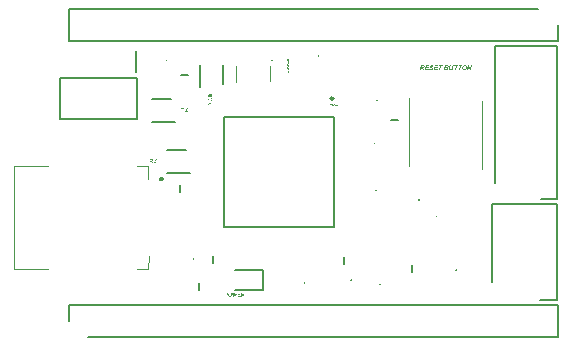
<source format=gto>
G04*
G04 #@! TF.GenerationSoftware,Altium Limited,Altium Designer,24.2.2 (26)*
G04*
G04 Layer_Color=65535*
%FSLAX44Y44*%
%MOMM*%
G71*
G04*
G04 #@! TF.SameCoordinates,B7ABE9E6-FD17-4C81-B930-EBB6A9B4DABB*
G04*
G04*
G04 #@! TF.FilePolarity,Positive*
G04*
G01*
G75*
%ADD10C,0.2000*%
%ADD11C,0.2500*%
%ADD12C,0.1000*%
%ADD13C,0.3000*%
G36*
X449391Y1159106D02*
X449386D01*
X449381D01*
X449367Y1159101D01*
X449348D01*
X449306Y1159092D01*
X449245Y1159078D01*
X449184Y1159059D01*
X449114Y1159040D01*
X449048Y1159007D01*
X448987Y1158974D01*
X448982Y1158970D01*
X448963Y1158956D01*
X448930Y1158932D01*
X448897Y1158894D01*
X448855Y1158847D01*
X448813Y1158796D01*
X448770Y1158725D01*
X448733Y1158650D01*
Y1158645D01*
X448728Y1158641D01*
X448723Y1158627D01*
X448719Y1158613D01*
X448705Y1158566D01*
X448686Y1158504D01*
X448667Y1158429D01*
X448653Y1158345D01*
X448644Y1158251D01*
X448639Y1158147D01*
Y1158105D01*
X448644Y1158058D01*
X448648Y1158002D01*
X448658Y1157936D01*
X448667Y1157861D01*
X448686Y1157785D01*
X448709Y1157715D01*
X448714Y1157706D01*
X448723Y1157682D01*
X448742Y1157649D01*
X448761Y1157607D01*
X448794Y1157565D01*
X448827Y1157518D01*
X448865Y1157471D01*
X448912Y1157433D01*
X448916Y1157428D01*
X448935Y1157419D01*
X448959Y1157405D01*
X448996Y1157386D01*
X449034Y1157367D01*
X449081Y1157353D01*
X449132Y1157344D01*
X449189Y1157339D01*
X449193D01*
X449217D01*
X449245Y1157344D01*
X449283Y1157348D01*
X449320Y1157363D01*
X449367Y1157377D01*
X449414Y1157400D01*
X449457Y1157433D01*
X449461Y1157438D01*
X449475Y1157452D01*
X449494Y1157471D01*
X449522Y1157504D01*
X449551Y1157541D01*
X449583Y1157593D01*
X449616Y1157654D01*
X449645Y1157724D01*
X449649Y1157729D01*
X449654Y1157753D01*
X449668Y1157790D01*
X449673Y1157814D01*
X449682Y1157847D01*
X449696Y1157879D01*
X449706Y1157922D01*
X449720Y1157969D01*
X449734Y1158025D01*
X449748Y1158082D01*
X449767Y1158147D01*
X449785Y1158223D01*
X449804Y1158302D01*
Y1158307D01*
X449809Y1158321D01*
X449814Y1158345D01*
X449823Y1158373D01*
X449832Y1158410D01*
X449842Y1158453D01*
X449870Y1158547D01*
X449903Y1158650D01*
X449936Y1158758D01*
X449969Y1158852D01*
X449987Y1158894D01*
X450006Y1158932D01*
Y1158937D01*
X450011Y1158941D01*
X450030Y1158970D01*
X450053Y1159012D01*
X450091Y1159059D01*
X450133Y1159115D01*
X450185Y1159172D01*
X450246Y1159228D01*
X450312Y1159275D01*
X450321Y1159280D01*
X450345Y1159294D01*
X450382Y1159313D01*
X450429Y1159331D01*
X450490Y1159350D01*
X450561Y1159369D01*
X450636Y1159383D01*
X450716Y1159388D01*
X450721D01*
X450725D01*
X450739D01*
X450758D01*
X450805Y1159378D01*
X450866Y1159369D01*
X450937Y1159355D01*
X451017Y1159331D01*
X451096Y1159298D01*
X451176Y1159252D01*
X451181D01*
X451186Y1159247D01*
X451214Y1159223D01*
X451252Y1159191D01*
X451299Y1159148D01*
X451350Y1159092D01*
X451407Y1159021D01*
X451458Y1158937D01*
X451505Y1158843D01*
Y1158838D01*
X451510Y1158829D01*
X451515Y1158814D01*
X451524Y1158796D01*
X451534Y1158772D01*
X451543Y1158739D01*
X451562Y1158669D01*
X451581Y1158580D01*
X451599Y1158476D01*
X451613Y1158368D01*
X451618Y1158246D01*
Y1158185D01*
X451613Y1158152D01*
Y1158119D01*
X451604Y1158030D01*
X451590Y1157931D01*
X451566Y1157828D01*
X451538Y1157715D01*
X451501Y1157612D01*
Y1157607D01*
X451496Y1157598D01*
X451487Y1157583D01*
X451477Y1157565D01*
X451454Y1157518D01*
X451411Y1157457D01*
X451364Y1157386D01*
X451303Y1157316D01*
X451233Y1157250D01*
X451153Y1157189D01*
X451148D01*
X451143Y1157184D01*
X451129Y1157175D01*
X451115Y1157165D01*
X451068Y1157142D01*
X451007Y1157113D01*
X450932Y1157081D01*
X450843Y1157057D01*
X450749Y1157034D01*
X450645Y1157024D01*
X450612Y1157438D01*
X450617D01*
X450627D01*
X450641Y1157442D01*
X450664Y1157447D01*
X450716Y1157461D01*
X450786Y1157480D01*
X450862Y1157508D01*
X450937Y1157551D01*
X451007Y1157602D01*
X451073Y1157668D01*
X451078Y1157677D01*
X451096Y1157701D01*
X451125Y1157748D01*
X451153Y1157809D01*
X451181Y1157889D01*
X451209Y1157983D01*
X451228Y1158100D01*
X451233Y1158232D01*
Y1158298D01*
X451228Y1158326D01*
X451223Y1158363D01*
X451214Y1158448D01*
X451195Y1158542D01*
X451172Y1158636D01*
X451134Y1158725D01*
X451111Y1158763D01*
X451087Y1158801D01*
X451082Y1158810D01*
X451064Y1158829D01*
X451031Y1158857D01*
X450993Y1158885D01*
X450941Y1158918D01*
X450885Y1158946D01*
X450819Y1158965D01*
X450744Y1158974D01*
X450735D01*
X450716D01*
X450683Y1158970D01*
X450645Y1158960D01*
X450598Y1158946D01*
X450551Y1158923D01*
X450504Y1158894D01*
X450457Y1158852D01*
X450453Y1158847D01*
X450439Y1158824D01*
X450424Y1158805D01*
X450415Y1158786D01*
X450401Y1158758D01*
X450382Y1158725D01*
X450368Y1158683D01*
X450349Y1158636D01*
X450331Y1158584D01*
X450307Y1158523D01*
X450288Y1158457D01*
X450265Y1158382D01*
X450246Y1158298D01*
X450223Y1158204D01*
Y1158199D01*
X450218Y1158180D01*
X450213Y1158152D01*
X450204Y1158119D01*
X450194Y1158077D01*
X450180Y1158025D01*
X450166Y1157973D01*
X450152Y1157917D01*
X450119Y1157795D01*
X450086Y1157677D01*
X450067Y1157621D01*
X450049Y1157569D01*
X450034Y1157522D01*
X450016Y1157485D01*
Y1157480D01*
X450011Y1157471D01*
X450002Y1157457D01*
X449992Y1157438D01*
X449964Y1157386D01*
X449926Y1157325D01*
X449875Y1157254D01*
X449818Y1157184D01*
X449753Y1157118D01*
X449682Y1157062D01*
X449673Y1157057D01*
X449649Y1157038D01*
X449607Y1157020D01*
X449551Y1156991D01*
X449485Y1156968D01*
X449405Y1156944D01*
X449316Y1156930D01*
X449222Y1156926D01*
X449217D01*
X449212D01*
X449198D01*
X449179D01*
X449128Y1156935D01*
X449062Y1156944D01*
X448987Y1156963D01*
X448907Y1156987D01*
X448822Y1157024D01*
X448733Y1157076D01*
X448728D01*
X448723Y1157081D01*
X448695Y1157104D01*
X448653Y1157137D01*
X448606Y1157184D01*
X448550Y1157245D01*
X448489Y1157320D01*
X448432Y1157405D01*
X448381Y1157504D01*
Y1157508D01*
X448376Y1157518D01*
X448371Y1157532D01*
X448362Y1157551D01*
X448352Y1157579D01*
X448338Y1157612D01*
X448319Y1157687D01*
X448296Y1157776D01*
X448272Y1157884D01*
X448258Y1158002D01*
X448254Y1158129D01*
Y1158204D01*
X448258Y1158241D01*
Y1158284D01*
X448263Y1158331D01*
X448268Y1158387D01*
X448287Y1158504D01*
X448305Y1158627D01*
X448338Y1158749D01*
X448381Y1158866D01*
Y1158871D01*
X448385Y1158880D01*
X448395Y1158894D01*
X448404Y1158913D01*
X448432Y1158970D01*
X448475Y1159035D01*
X448531Y1159111D01*
X448597Y1159191D01*
X448676Y1159266D01*
X448766Y1159336D01*
X448770D01*
X448780Y1159345D01*
X448794Y1159350D01*
X448813Y1159364D01*
X448836Y1159374D01*
X448865Y1159388D01*
X448935Y1159421D01*
X449024Y1159454D01*
X449123Y1159482D01*
X449236Y1159501D01*
X449353Y1159510D01*
X449391Y1159106D01*
D02*
G37*
G36*
X450044Y1156456D02*
X450091D01*
X450138Y1156451D01*
X450199Y1156446D01*
X450260Y1156437D01*
X450396Y1156413D01*
X450547Y1156380D01*
X450697Y1156333D01*
X450843Y1156268D01*
X450848Y1156263D01*
X450862Y1156258D01*
X450880Y1156249D01*
X450904Y1156230D01*
X450937Y1156211D01*
X450974Y1156188D01*
X451059Y1156127D01*
X451153Y1156047D01*
X451247Y1155953D01*
X451341Y1155845D01*
X451421Y1155718D01*
X451425Y1155713D01*
X451430Y1155699D01*
X451440Y1155680D01*
X451454Y1155657D01*
X451468Y1155619D01*
X451482Y1155582D01*
X451501Y1155535D01*
X451519Y1155483D01*
X451538Y1155427D01*
X451557Y1155366D01*
X451585Y1155234D01*
X451609Y1155083D01*
X451618Y1154929D01*
Y1154882D01*
X451613Y1154849D01*
X451609Y1154806D01*
X451604Y1154755D01*
X451599Y1154703D01*
X451585Y1154642D01*
X451557Y1154515D01*
X451515Y1154374D01*
X451487Y1154304D01*
X451454Y1154238D01*
X451411Y1154172D01*
X451369Y1154106D01*
X451364Y1154101D01*
X451360Y1154092D01*
X451346Y1154073D01*
X451322Y1154050D01*
X451299Y1154026D01*
X451266Y1153993D01*
X451228Y1153960D01*
X451190Y1153923D01*
X451143Y1153885D01*
X451087Y1153848D01*
X451031Y1153805D01*
X450970Y1153768D01*
X450899Y1153735D01*
X450829Y1153697D01*
X450754Y1153669D01*
X450669Y1153641D01*
X450570Y1154064D01*
X450575D01*
X450584Y1154069D01*
X450603Y1154078D01*
X450627Y1154087D01*
X450655Y1154097D01*
X450692Y1154111D01*
X450768Y1154148D01*
X450852Y1154195D01*
X450937Y1154252D01*
X451017Y1154322D01*
X451087Y1154398D01*
X451096Y1154407D01*
X451115Y1154435D01*
X451139Y1154482D01*
X451172Y1154543D01*
X451200Y1154623D01*
X451228Y1154712D01*
X451247Y1154820D01*
X451252Y1154938D01*
Y1154976D01*
X451247Y1154999D01*
Y1155032D01*
X451242Y1155069D01*
X451228Y1155159D01*
X451209Y1155257D01*
X451176Y1155361D01*
X451129Y1155469D01*
X451068Y1155567D01*
Y1155572D01*
X451059Y1155577D01*
X451035Y1155610D01*
X450998Y1155652D01*
X450941Y1155704D01*
X450871Y1155765D01*
X450791Y1155821D01*
X450692Y1155873D01*
X450584Y1155920D01*
X450580D01*
X450570Y1155925D01*
X450556Y1155929D01*
X450533Y1155934D01*
X450504Y1155944D01*
X450471Y1155953D01*
X450392Y1155967D01*
X450298Y1155986D01*
X450194Y1156004D01*
X450081Y1156014D01*
X449959Y1156019D01*
X449955D01*
X449941D01*
X449917D01*
X449889D01*
X449856Y1156014D01*
X449814D01*
X449767Y1156009D01*
X449715Y1156004D01*
X449602Y1155990D01*
X449480Y1155967D01*
X449358Y1155939D01*
X449236Y1155901D01*
X449231D01*
X449222Y1155897D01*
X449207Y1155887D01*
X449184Y1155878D01*
X449128Y1155850D01*
X449062Y1155807D01*
X448987Y1155755D01*
X448907Y1155690D01*
X448836Y1155614D01*
X448770Y1155525D01*
Y1155520D01*
X448766Y1155511D01*
X448756Y1155497D01*
X448747Y1155478D01*
X448738Y1155455D01*
X448723Y1155427D01*
X448695Y1155361D01*
X448667Y1155276D01*
X448644Y1155182D01*
X448625Y1155079D01*
X448620Y1154971D01*
Y1154938D01*
X448625Y1154910D01*
Y1154877D01*
X448629Y1154844D01*
X448648Y1154759D01*
X448672Y1154661D01*
X448709Y1154562D01*
X448761Y1154459D01*
X448789Y1154407D01*
X448827Y1154360D01*
X448832Y1154355D01*
X448836Y1154351D01*
X448850Y1154336D01*
X448865Y1154318D01*
X448888Y1154299D01*
X448916Y1154275D01*
X448944Y1154247D01*
X448982Y1154224D01*
X449024Y1154195D01*
X449071Y1154163D01*
X449118Y1154134D01*
X449175Y1154106D01*
X449236Y1154083D01*
X449301Y1154059D01*
X449372Y1154036D01*
X449447Y1154017D01*
X449339Y1153585D01*
X449334D01*
X449316Y1153589D01*
X449287Y1153599D01*
X449250Y1153613D01*
X449207Y1153627D01*
X449156Y1153646D01*
X449099Y1153669D01*
X449038Y1153697D01*
X448907Y1153763D01*
X448775Y1153848D01*
X448709Y1153899D01*
X448644Y1153951D01*
X448587Y1154007D01*
X448531Y1154073D01*
X448526Y1154078D01*
X448517Y1154087D01*
X448507Y1154111D01*
X448489Y1154134D01*
X448465Y1154172D01*
X448442Y1154210D01*
X448418Y1154261D01*
X448395Y1154313D01*
X448366Y1154374D01*
X448343Y1154440D01*
X448319Y1154510D01*
X448296Y1154585D01*
X448277Y1154665D01*
X448268Y1154750D01*
X448258Y1154839D01*
X448254Y1154933D01*
Y1154985D01*
X448258Y1155023D01*
Y1155065D01*
X448263Y1155116D01*
X448272Y1155173D01*
X448282Y1155239D01*
X448305Y1155375D01*
X448343Y1155516D01*
X448395Y1155657D01*
X448428Y1155723D01*
X448465Y1155788D01*
X448470Y1155793D01*
X448475Y1155803D01*
X448489Y1155821D01*
X448507Y1155840D01*
X448526Y1155868D01*
X448554Y1155901D01*
X448587Y1155939D01*
X448625Y1155976D01*
X448667Y1156014D01*
X448709Y1156056D01*
X448817Y1156141D01*
X448944Y1156221D01*
X449085Y1156291D01*
X449090D01*
X449104Y1156301D01*
X449128Y1156305D01*
X449156Y1156319D01*
X449193Y1156329D01*
X449240Y1156343D01*
X449292Y1156362D01*
X449348Y1156376D01*
X449410Y1156390D01*
X449480Y1156409D01*
X449626Y1156432D01*
X449790Y1156451D01*
X449959Y1156460D01*
X449964D01*
X449983D01*
X450011D01*
X450044Y1156456D01*
D02*
G37*
G36*
X451562Y1152640D02*
X449945D01*
X451562Y1151033D01*
Y1150446D01*
X450241Y1151808D01*
X448310Y1150385D01*
Y1150953D01*
X449950Y1152109D01*
X449438Y1152640D01*
X448310D01*
Y1153072D01*
X451562D01*
Y1152640D01*
D02*
G37*
G36*
X471838Y988060D02*
X471415D01*
X470733Y990536D01*
Y990541D01*
X470729Y990551D01*
X470724Y990565D01*
X470719Y990588D01*
X470705Y990640D01*
X470691Y990701D01*
X470672Y990767D01*
X470654Y990828D01*
X470639Y990879D01*
X470635Y990903D01*
X470630Y990917D01*
Y990912D01*
X470625Y990908D01*
X470621Y990879D01*
X470611Y990837D01*
X470597Y990785D01*
X470583Y990729D01*
X470564Y990663D01*
X470550Y990598D01*
X470531Y990536D01*
X469845Y988060D01*
X469394D01*
X468544Y991312D01*
X468990D01*
X469474Y989178D01*
Y989174D01*
X469479Y989164D01*
X469484Y989146D01*
X469488Y989122D01*
X469493Y989089D01*
X469502Y989056D01*
X469512Y989014D01*
X469521Y988967D01*
X469545Y988868D01*
X469568Y988755D01*
X469592Y988633D01*
X469615Y988511D01*
Y988516D01*
X469620Y988535D01*
X469629Y988558D01*
X469634Y988596D01*
X469643Y988633D01*
X469657Y988680D01*
X469681Y988784D01*
X469709Y988887D01*
X469719Y988939D01*
X469733Y988986D01*
X469742Y989028D01*
X469751Y989066D01*
X469761Y989094D01*
X469766Y989113D01*
X470381Y991312D01*
X470903D01*
X471363Y989662D01*
Y989658D01*
X471373Y989634D01*
X471382Y989601D01*
X471391Y989559D01*
X471405Y989503D01*
X471424Y989442D01*
X471443Y989371D01*
X471462Y989291D01*
X471485Y989202D01*
X471504Y989113D01*
X471546Y988920D01*
X471589Y988718D01*
X471622Y988511D01*
Y988516D01*
X471626Y988525D01*
Y988544D01*
X471636Y988568D01*
X471640Y988596D01*
X471650Y988629D01*
X471655Y988671D01*
X471669Y988718D01*
X471692Y988821D01*
X471720Y988943D01*
X471749Y989075D01*
X471786Y989221D01*
X472294Y991312D01*
X472731D01*
X471838Y988060D01*
D02*
G37*
G36*
X477716Y991307D02*
X477758D01*
X477857Y991302D01*
X477961Y991288D01*
X478073Y991274D01*
X478177Y991251D01*
X478228Y991236D01*
X478271Y991222D01*
X478275D01*
X478280Y991218D01*
X478308Y991204D01*
X478351Y991185D01*
X478402Y991152D01*
X478459Y991110D01*
X478520Y991053D01*
X478576Y990987D01*
X478633Y990912D01*
Y990908D01*
X478637Y990903D01*
X478656Y990875D01*
X478675Y990828D01*
X478703Y990767D01*
X478727Y990696D01*
X478750Y990612D01*
X478764Y990522D01*
X478769Y990424D01*
Y990419D01*
Y990409D01*
Y990391D01*
X478764Y990367D01*
Y990334D01*
X478759Y990301D01*
X478741Y990221D01*
X478712Y990128D01*
X478675Y990029D01*
X478618Y989930D01*
X478581Y989883D01*
X478543Y989836D01*
X478539Y989831D01*
X478534Y989827D01*
X478520Y989813D01*
X478501Y989799D01*
X478478Y989780D01*
X478449Y989761D01*
X478412Y989737D01*
X478374Y989709D01*
X478327Y989686D01*
X478275Y989662D01*
X478219Y989634D01*
X478158Y989611D01*
X478087Y989592D01*
X478017Y989568D01*
X477937Y989554D01*
X477853Y989540D01*
X477862Y989536D01*
X477881Y989526D01*
X477909Y989507D01*
X477947Y989489D01*
X478031Y989437D01*
X478073Y989404D01*
X478111Y989376D01*
X478120Y989366D01*
X478144Y989343D01*
X478181Y989305D01*
X478228Y989258D01*
X478280Y989193D01*
X478341Y989122D01*
X478402Y989037D01*
X478468Y988943D01*
X479027Y988060D01*
X478492D01*
X478064Y988737D01*
Y988741D01*
X478055Y988751D01*
X478045Y988765D01*
X478031Y988784D01*
X477998Y988835D01*
X477956Y988901D01*
X477904Y988972D01*
X477853Y989047D01*
X477801Y989117D01*
X477754Y989183D01*
X477749Y989188D01*
X477735Y989207D01*
X477711Y989235D01*
X477679Y989268D01*
X477608Y989338D01*
X477570Y989371D01*
X477533Y989399D01*
X477528Y989404D01*
X477519Y989409D01*
X477500Y989418D01*
X477472Y989432D01*
X477444Y989446D01*
X477411Y989460D01*
X477336Y989484D01*
X477331D01*
X477322Y989489D01*
X477303D01*
X477279Y989493D01*
X477246Y989498D01*
X477209D01*
X477157Y989503D01*
X476603D01*
Y988060D01*
X476170D01*
Y991312D01*
X477679D01*
X477716Y991307D01*
D02*
G37*
G36*
X475494Y990926D02*
X473572D01*
Y989935D01*
X475371D01*
Y989550D01*
X473572D01*
Y988445D01*
X475569D01*
Y988060D01*
X473139D01*
Y991312D01*
X475494D01*
Y990926D01*
D02*
G37*
G36*
X463685Y991307D02*
X463765Y991302D01*
X463849Y991298D01*
X463929Y991288D01*
X464000Y991279D01*
X464009D01*
X464042Y991269D01*
X464084Y991260D01*
X464141Y991246D01*
X464202Y991222D01*
X464268Y991194D01*
X464338Y991161D01*
X464399Y991124D01*
X464409Y991119D01*
X464427Y991105D01*
X464456Y991077D01*
X464493Y991044D01*
X464535Y991002D01*
X464578Y990945D01*
X464625Y990884D01*
X464662Y990814D01*
X464667Y990804D01*
X464677Y990781D01*
X464695Y990738D01*
X464714Y990682D01*
X464728Y990616D01*
X464747Y990541D01*
X464756Y990456D01*
X464761Y990367D01*
Y990362D01*
Y990348D01*
Y990330D01*
X464756Y990297D01*
X464752Y990264D01*
X464747Y990221D01*
X464738Y990174D01*
X464728Y990123D01*
X464695Y990015D01*
X464677Y989958D01*
X464648Y989897D01*
X464615Y989836D01*
X464582Y989780D01*
X464540Y989723D01*
X464493Y989667D01*
X464488Y989662D01*
X464479Y989653D01*
X464465Y989639D01*
X464441Y989625D01*
X464413Y989601D01*
X464376Y989578D01*
X464329Y989550D01*
X464277Y989526D01*
X464216Y989498D01*
X464146Y989470D01*
X464070Y989446D01*
X463981Y989427D01*
X463887Y989409D01*
X463784Y989395D01*
X463666Y989385D01*
X463544Y989380D01*
X462712D01*
Y988060D01*
X462280D01*
Y991312D01*
X463615D01*
X463685Y991307D01*
D02*
G37*
G36*
X466810Y991363D02*
X466852D01*
X466894Y991359D01*
X466951Y991349D01*
X467007Y991340D01*
X467129Y991316D01*
X467270Y991279D01*
X467407Y991222D01*
X467477Y991189D01*
X467548Y991152D01*
X467552Y991147D01*
X467562Y991143D01*
X467580Y991128D01*
X467609Y991114D01*
X467637Y991091D01*
X467674Y991063D01*
X467754Y990997D01*
X467839Y990912D01*
X467933Y990809D01*
X468022Y990687D01*
X468097Y990551D01*
Y990546D01*
X468107Y990532D01*
X468116Y990513D01*
X468126Y990485D01*
X468144Y990447D01*
X468158Y990405D01*
X468177Y990353D01*
X468196Y990297D01*
X468210Y990236D01*
X468229Y990170D01*
X468248Y990095D01*
X468262Y990020D01*
X468281Y989855D01*
X468290Y989677D01*
Y989672D01*
Y989653D01*
Y989630D01*
X468285Y989592D01*
Y989550D01*
X468281Y989498D01*
X468271Y989442D01*
X468266Y989380D01*
X468243Y989244D01*
X468205Y989094D01*
X468154Y988943D01*
X468126Y988868D01*
X468088Y988793D01*
Y988788D01*
X468079Y988774D01*
X468069Y988755D01*
X468050Y988727D01*
X468032Y988694D01*
X468008Y988661D01*
X467942Y988572D01*
X467862Y988478D01*
X467768Y988380D01*
X467656Y988286D01*
X467524Y988201D01*
X467519D01*
X467510Y988192D01*
X467486Y988182D01*
X467458Y988168D01*
X467425Y988154D01*
X467388Y988140D01*
X467341Y988121D01*
X467289Y988102D01*
X467233Y988083D01*
X467172Y988065D01*
X467035Y988036D01*
X466890Y988013D01*
X466735Y988004D01*
X466688D01*
X466660Y988008D01*
X466617D01*
X466570Y988018D01*
X466519Y988022D01*
X466457Y988032D01*
X466330Y988060D01*
X466194Y988098D01*
X466053Y988154D01*
X465983Y988187D01*
X465912Y988224D01*
X465908Y988229D01*
X465898Y988234D01*
X465879Y988248D01*
X465851Y988267D01*
X465823Y988286D01*
X465790Y988314D01*
X465710Y988384D01*
X465621Y988469D01*
X465527Y988572D01*
X465442Y988690D01*
X465363Y988826D01*
Y988831D01*
X465353Y988845D01*
X465344Y988864D01*
X465334Y988892D01*
X465320Y988929D01*
X465306Y988972D01*
X465287Y989019D01*
X465273Y989070D01*
X465255Y989131D01*
X465236Y989193D01*
X465207Y989333D01*
X465189Y989479D01*
X465179Y989639D01*
Y989644D01*
Y989648D01*
Y989677D01*
X465184Y989719D01*
Y989775D01*
X465193Y989841D01*
X465203Y989921D01*
X465217Y990010D01*
X465236Y990104D01*
X465255Y990203D01*
X465283Y990306D01*
X465320Y990409D01*
X465363Y990518D01*
X465410Y990621D01*
X465471Y990724D01*
X465536Y990818D01*
X465612Y990908D01*
X465616Y990912D01*
X465630Y990926D01*
X465659Y990950D01*
X465691Y990978D01*
X465734Y991016D01*
X465785Y991053D01*
X465846Y991096D01*
X465917Y991138D01*
X465992Y991180D01*
X466077Y991222D01*
X466171Y991260D01*
X466269Y991298D01*
X466377Y991326D01*
X466490Y991349D01*
X466608Y991363D01*
X466735Y991368D01*
X466777D01*
X466810Y991363D01*
D02*
G37*
G36*
X403484Y1102796D02*
X404701Y1101090D01*
X404170D01*
X403347Y1102246D01*
X403343Y1102251D01*
X403333Y1102265D01*
X403324Y1102283D01*
X403305Y1102307D01*
X403263Y1102373D01*
X403216Y1102443D01*
X403211Y1102439D01*
X403197Y1102420D01*
X403178Y1102392D01*
X403155Y1102354D01*
X403103Y1102279D01*
X403080Y1102246D01*
X403061Y1102218D01*
X402239Y1101090D01*
X401722D01*
X402976Y1102772D01*
X401867Y1104342D01*
X402379D01*
X402971Y1103505D01*
Y1103501D01*
X402981Y1103496D01*
X402990Y1103482D01*
X403004Y1103463D01*
X403033Y1103416D01*
X403075Y1103360D01*
X403117Y1103294D01*
X403159Y1103228D01*
X403197Y1103167D01*
X403230Y1103111D01*
X403235Y1103120D01*
X403249Y1103139D01*
X403272Y1103176D01*
X403305Y1103223D01*
X403343Y1103275D01*
X403390Y1103341D01*
X403437Y1103407D01*
X403493Y1103477D01*
X404142Y1104342D01*
X404612D01*
X403484Y1102796D01*
D02*
G37*
G36*
X400326Y1104337D02*
X400368D01*
X400467Y1104332D01*
X400570Y1104318D01*
X400683Y1104304D01*
X400787Y1104281D01*
X400838Y1104267D01*
X400881Y1104252D01*
X400885D01*
X400890Y1104248D01*
X400918Y1104234D01*
X400960Y1104215D01*
X401012Y1104182D01*
X401068Y1104140D01*
X401129Y1104083D01*
X401186Y1104017D01*
X401242Y1103942D01*
Y1103938D01*
X401247Y1103933D01*
X401266Y1103905D01*
X401285Y1103858D01*
X401313Y1103797D01*
X401336Y1103726D01*
X401360Y1103642D01*
X401374Y1103552D01*
X401379Y1103454D01*
Y1103449D01*
Y1103439D01*
Y1103421D01*
X401374Y1103397D01*
Y1103364D01*
X401369Y1103331D01*
X401350Y1103251D01*
X401322Y1103158D01*
X401285Y1103059D01*
X401228Y1102960D01*
X401191Y1102913D01*
X401153Y1102866D01*
X401148Y1102861D01*
X401144Y1102857D01*
X401129Y1102843D01*
X401111Y1102829D01*
X401087Y1102810D01*
X401059Y1102791D01*
X401021Y1102767D01*
X400984Y1102739D01*
X400937Y1102716D01*
X400885Y1102692D01*
X400829Y1102664D01*
X400768Y1102641D01*
X400697Y1102622D01*
X400627Y1102598D01*
X400547Y1102584D01*
X400462Y1102570D01*
X400472Y1102566D01*
X400490Y1102556D01*
X400519Y1102537D01*
X400556Y1102518D01*
X400641Y1102467D01*
X400683Y1102434D01*
X400721Y1102406D01*
X400730Y1102396D01*
X400754Y1102373D01*
X400791Y1102335D01*
X400838Y1102288D01*
X400890Y1102223D01*
X400951Y1102152D01*
X401012Y1102067D01*
X401078Y1101973D01*
X401637Y1101090D01*
X401101D01*
X400674Y1101767D01*
Y1101771D01*
X400664Y1101781D01*
X400655Y1101795D01*
X400641Y1101814D01*
X400608Y1101865D01*
X400566Y1101931D01*
X400514Y1102002D01*
X400462Y1102077D01*
X400411Y1102147D01*
X400364Y1102213D01*
X400359Y1102218D01*
X400345Y1102237D01*
X400321Y1102265D01*
X400288Y1102298D01*
X400218Y1102368D01*
X400180Y1102401D01*
X400143Y1102429D01*
X400138Y1102434D01*
X400129Y1102439D01*
X400110Y1102448D01*
X400082Y1102462D01*
X400053Y1102476D01*
X400020Y1102490D01*
X399945Y1102514D01*
X399941D01*
X399931Y1102518D01*
X399912D01*
X399889Y1102523D01*
X399856Y1102528D01*
X399818D01*
X399767Y1102533D01*
X399212D01*
Y1101090D01*
X398780D01*
Y1104342D01*
X400288D01*
X400326Y1104337D01*
D02*
G37*
G36*
X429900Y1145976D02*
X431117Y1144270D01*
X430586D01*
X429764Y1145426D01*
X429759Y1145431D01*
X429750Y1145445D01*
X429740Y1145463D01*
X429721Y1145487D01*
X429679Y1145553D01*
X429632Y1145623D01*
X429627Y1145619D01*
X429613Y1145600D01*
X429594Y1145572D01*
X429571Y1145534D01*
X429519Y1145459D01*
X429496Y1145426D01*
X429477Y1145398D01*
X428655Y1144270D01*
X428138D01*
X429393Y1145952D01*
X428284Y1147522D01*
X428796D01*
X429388Y1146685D01*
Y1146681D01*
X429397Y1146676D01*
X429407Y1146662D01*
X429421Y1146643D01*
X429449Y1146596D01*
X429491Y1146540D01*
X429533Y1146474D01*
X429576Y1146408D01*
X429613Y1146347D01*
X429646Y1146291D01*
X429651Y1146300D01*
X429665Y1146319D01*
X429688Y1146356D01*
X429721Y1146403D01*
X429759Y1146455D01*
X429806Y1146521D01*
X429853Y1146587D01*
X429909Y1146657D01*
X430558Y1147522D01*
X431028D01*
X429900Y1145976D01*
D02*
G37*
G36*
X428025Y1147136D02*
X426954D01*
Y1144270D01*
X426521D01*
Y1147136D01*
X425450D01*
Y1147522D01*
X428025D01*
Y1147136D01*
D02*
G37*
G36*
X637419Y1183961D02*
X637478Y1183955D01*
X637548Y1183949D01*
X637625Y1183937D01*
X637707Y1183925D01*
X637888Y1183884D01*
X637982Y1183855D01*
X638070Y1183826D01*
X638164Y1183785D01*
X638252Y1183738D01*
X638334Y1183685D01*
X638411Y1183626D01*
X638417Y1183620D01*
X638428Y1183609D01*
X638446Y1183591D01*
X638475Y1183568D01*
X638505Y1183532D01*
X638540Y1183491D01*
X638575Y1183444D01*
X638610Y1183391D01*
X638651Y1183327D01*
X638692Y1183262D01*
X638728Y1183186D01*
X638763Y1183110D01*
X638792Y1183022D01*
X638816Y1182934D01*
X638833Y1182834D01*
X638845Y1182734D01*
X638047Y1182699D01*
Y1182705D01*
Y1182711D01*
X638041Y1182746D01*
X638023Y1182799D01*
X638006Y1182863D01*
X637976Y1182934D01*
X637941Y1183010D01*
X637894Y1183081D01*
X637830Y1183145D01*
X637824Y1183151D01*
X637795Y1183169D01*
X637754Y1183198D01*
X637695Y1183227D01*
X637625Y1183251D01*
X637531Y1183280D01*
X637419Y1183298D01*
X637296Y1183304D01*
X637237D01*
X637179Y1183298D01*
X637102Y1183286D01*
X637026Y1183274D01*
X636944Y1183251D01*
X636868Y1183221D01*
X636803Y1183180D01*
X636797Y1183174D01*
X636780Y1183157D01*
X636756Y1183133D01*
X636733Y1183098D01*
X636703Y1183051D01*
X636680Y1182998D01*
X636662Y1182934D01*
X636656Y1182869D01*
Y1182863D01*
Y1182840D01*
X636662Y1182811D01*
X636674Y1182770D01*
X636692Y1182723D01*
X636715Y1182676D01*
X636744Y1182629D01*
X636791Y1182582D01*
X636797Y1182576D01*
X636821Y1182558D01*
X636856Y1182535D01*
X636914Y1182500D01*
X636956Y1182476D01*
X636997Y1182453D01*
X637044Y1182423D01*
X637102Y1182394D01*
X637161Y1182365D01*
X637231Y1182329D01*
X637308Y1182294D01*
X637390Y1182259D01*
X637396Y1182253D01*
X637419Y1182247D01*
X637454Y1182230D01*
X637501Y1182212D01*
X637560Y1182183D01*
X637625Y1182153D01*
X637765Y1182083D01*
X637918Y1182007D01*
X638064Y1181925D01*
X638135Y1181884D01*
X638194Y1181842D01*
X638246Y1181801D01*
X638288Y1181766D01*
X638293Y1181760D01*
X638299Y1181755D01*
X638317Y1181737D01*
X638334Y1181719D01*
X638381Y1181655D01*
X638434Y1181573D01*
X638487Y1181473D01*
X638528Y1181350D01*
X638563Y1181209D01*
X638569Y1181138D01*
X638575Y1181056D01*
Y1181050D01*
Y1181033D01*
Y1181003D01*
X638569Y1180968D01*
X638563Y1180921D01*
X638551Y1180863D01*
X638540Y1180804D01*
X638522Y1180739D01*
X638499Y1180669D01*
X638469Y1180593D01*
X638434Y1180517D01*
X638393Y1180440D01*
X638346Y1180364D01*
X638288Y1180282D01*
X638223Y1180211D01*
X638147Y1180135D01*
X638141Y1180129D01*
X638129Y1180117D01*
X638100Y1180100D01*
X638070Y1180076D01*
X638023Y1180047D01*
X637971Y1180012D01*
X637912Y1179983D01*
X637836Y1179947D01*
X637759Y1179906D01*
X637671Y1179877D01*
X637572Y1179842D01*
X637466Y1179812D01*
X637355Y1179789D01*
X637231Y1179771D01*
X637102Y1179760D01*
X636962Y1179754D01*
X636874D01*
X636827Y1179760D01*
X636774Y1179765D01*
X636715D01*
X636651Y1179777D01*
X636510Y1179795D01*
X636357Y1179824D01*
X636199Y1179865D01*
X636052Y1179924D01*
X636046D01*
X636034Y1179930D01*
X636017Y1179941D01*
X635988Y1179959D01*
X635923Y1179994D01*
X635841Y1180053D01*
X635753Y1180117D01*
X635665Y1180206D01*
X635583Y1180299D01*
X635512Y1180411D01*
Y1180417D01*
X635506Y1180423D01*
X635500Y1180440D01*
X635489Y1180470D01*
X635477Y1180499D01*
X635465Y1180534D01*
X635436Y1180622D01*
X635407Y1180728D01*
X635383Y1180851D01*
X635371Y1180986D01*
X635365Y1181133D01*
X636163Y1181180D01*
Y1181174D01*
Y1181162D01*
Y1181144D01*
X636169Y1181121D01*
X636175Y1181050D01*
X636187Y1180974D01*
X636199Y1180886D01*
X636222Y1180798D01*
X636251Y1180722D01*
X636293Y1180663D01*
X636304Y1180651D01*
X636328Y1180628D01*
X636375Y1180599D01*
X636445Y1180558D01*
X636486Y1180540D01*
X636539Y1180517D01*
X636592Y1180499D01*
X636656Y1180487D01*
X636721Y1180470D01*
X636797Y1180464D01*
X636879Y1180452D01*
X637032D01*
X637067Y1180458D01*
X637108D01*
X637196Y1180470D01*
X637290Y1180487D01*
X637390Y1180517D01*
X637484Y1180552D01*
X637560Y1180599D01*
X637566Y1180604D01*
X637589Y1180622D01*
X637619Y1180657D01*
X637654Y1180698D01*
X637689Y1180751D01*
X637718Y1180810D01*
X637742Y1180874D01*
X637748Y1180951D01*
Y1180956D01*
Y1180980D01*
X637742Y1181015D01*
X637730Y1181056D01*
X637713Y1181103D01*
X637683Y1181156D01*
X637648Y1181209D01*
X637595Y1181256D01*
X637589Y1181262D01*
X637572Y1181273D01*
X637537Y1181297D01*
X637484Y1181326D01*
X637449Y1181350D01*
X637407Y1181373D01*
X637360Y1181397D01*
X637308Y1181420D01*
X637243Y1181449D01*
X637179Y1181485D01*
X637096Y1181520D01*
X637014Y1181555D01*
X637008D01*
X636991Y1181567D01*
X636967Y1181573D01*
X636938Y1181590D01*
X636897Y1181608D01*
X636850Y1181625D01*
X636750Y1181672D01*
X636639Y1181731D01*
X636521Y1181784D01*
X636416Y1181842D01*
X636363Y1181872D01*
X636322Y1181895D01*
X636310Y1181901D01*
X636287Y1181919D01*
X636246Y1181954D01*
X636199Y1181995D01*
X636146Y1182042D01*
X636087Y1182107D01*
X636034Y1182177D01*
X635982Y1182253D01*
X635976Y1182265D01*
X635964Y1182294D01*
X635941Y1182341D01*
X635923Y1182400D01*
X635900Y1182476D01*
X635876Y1182564D01*
X635864Y1182664D01*
X635858Y1182770D01*
Y1182775D01*
Y1182793D01*
Y1182822D01*
X635864Y1182858D01*
X635870Y1182899D01*
X635876Y1182952D01*
X635888Y1183010D01*
X635905Y1183069D01*
X635946Y1183204D01*
X635982Y1183274D01*
X636017Y1183350D01*
X636058Y1183421D01*
X636105Y1183491D01*
X636163Y1183562D01*
X636228Y1183626D01*
X636234Y1183632D01*
X636246Y1183644D01*
X636269Y1183655D01*
X636298Y1183679D01*
X636334Y1183702D01*
X636381Y1183732D01*
X636439Y1183767D01*
X636504Y1183796D01*
X636574Y1183826D01*
X636651Y1183861D01*
X636739Y1183890D01*
X636838Y1183914D01*
X636944Y1183937D01*
X637055Y1183955D01*
X637173Y1183961D01*
X637302Y1183967D01*
X637372D01*
X637419Y1183961D01*
D02*
G37*
G36*
X670629Y1179830D02*
X669860D01*
X668757Y1182558D01*
X668182Y1179830D01*
X667413D01*
X668264Y1183890D01*
X669033D01*
X670136Y1181174D01*
X670711Y1183890D01*
X671479D01*
X670629Y1179830D01*
D02*
G37*
G36*
X655714Y1181590D02*
Y1181584D01*
X655708Y1181561D01*
X655702Y1181526D01*
X655690Y1181479D01*
X655673Y1181420D01*
X655655Y1181356D01*
X655637Y1181285D01*
X655614Y1181209D01*
X655567Y1181045D01*
X655508Y1180869D01*
X655438Y1180704D01*
X655403Y1180628D01*
X655368Y1180558D01*
Y1180552D01*
X655356Y1180540D01*
X655344Y1180522D01*
X655332Y1180499D01*
X655285Y1180434D01*
X655215Y1180352D01*
X655133Y1180258D01*
X655027Y1180164D01*
X654904Y1180065D01*
X654763Y1179977D01*
X654757D01*
X654746Y1179965D01*
X654722Y1179959D01*
X654693Y1179941D01*
X654652Y1179924D01*
X654605Y1179906D01*
X654552Y1179889D01*
X654487Y1179865D01*
X654417Y1179842D01*
X654341Y1179824D01*
X654259Y1179807D01*
X654171Y1179789D01*
X654077Y1179777D01*
X653971Y1179765D01*
X653754Y1179754D01*
X653684D01*
X653631Y1179760D01*
X653572Y1179765D01*
X653502Y1179771D01*
X653419Y1179783D01*
X653337Y1179795D01*
X653156Y1179836D01*
X653056Y1179865D01*
X652962Y1179900D01*
X652874Y1179941D01*
X652786Y1179988D01*
X652698Y1180041D01*
X652622Y1180100D01*
X652616Y1180106D01*
X652604Y1180117D01*
X652586Y1180135D01*
X652563Y1180164D01*
X652533Y1180200D01*
X652498Y1180241D01*
X652463Y1180288D01*
X652428Y1180346D01*
X652393Y1180405D01*
X652357Y1180475D01*
X652322Y1180546D01*
X652293Y1180628D01*
X652270Y1180710D01*
X652252Y1180804D01*
X652240Y1180898D01*
X652234Y1180998D01*
Y1181003D01*
Y1181015D01*
X652240Y1181039D01*
Y1181068D01*
X652246Y1181109D01*
X652252Y1181150D01*
X652264Y1181244D01*
Y1181250D01*
X652270Y1181262D01*
Y1181297D01*
X652281Y1181338D01*
X652293Y1181408D01*
X652299Y1181449D01*
X652311Y1181496D01*
X652322Y1181549D01*
X652334Y1181608D01*
X652346Y1181672D01*
X652363Y1181749D01*
X652844Y1183890D01*
X653672D01*
X653191Y1181678D01*
X653067Y1181138D01*
Y1181133D01*
Y1181127D01*
X653062Y1181092D01*
X653056Y1181033D01*
X653044Y1180962D01*
Y1180951D01*
X653050Y1180927D01*
X653056Y1180886D01*
X653067Y1180833D01*
X653091Y1180775D01*
X653126Y1180710D01*
X653167Y1180651D01*
X653232Y1180593D01*
X653243Y1180587D01*
X653267Y1180569D01*
X653314Y1180546D01*
X653373Y1180522D01*
X653455Y1180499D01*
X653549Y1180475D01*
X653660Y1180458D01*
X653789Y1180452D01*
X653842D01*
X653906Y1180458D01*
X653983Y1180464D01*
X654065Y1180481D01*
X654153Y1180499D01*
X654247Y1180528D01*
X654329Y1180563D01*
X654341Y1180569D01*
X654364Y1180587D01*
X654405Y1180610D01*
X654452Y1180646D01*
X654505Y1180693D01*
X654564Y1180751D01*
X654616Y1180822D01*
X654663Y1180898D01*
X654669Y1180910D01*
X654681Y1180945D01*
X654693Y1180968D01*
X654705Y1180998D01*
X654722Y1181039D01*
X654740Y1181080D01*
X654751Y1181133D01*
X654775Y1181185D01*
X654792Y1181250D01*
X654810Y1181320D01*
X654834Y1181397D01*
X654857Y1181479D01*
X654875Y1181567D01*
X654898Y1181666D01*
X655368Y1183890D01*
X656201D01*
X655714Y1181590D01*
D02*
G37*
G36*
X663165Y1183210D02*
X661980D01*
X661276Y1179830D01*
X660443D01*
X661147Y1183210D01*
X659962D01*
X660097Y1183890D01*
X663300D01*
X663165Y1183210D01*
D02*
G37*
G36*
X659698D02*
X658512D01*
X657808Y1179830D01*
X656975D01*
X657679Y1183210D01*
X656494D01*
X656629Y1183890D01*
X659833D01*
X659698Y1183210D01*
D02*
G37*
G36*
X650333Y1183884D02*
X650439D01*
X650545Y1183878D01*
X650638Y1183873D01*
X650685Y1183867D01*
X650721Y1183861D01*
X650732D01*
X650773Y1183855D01*
X650826Y1183843D01*
X650897Y1183826D01*
X650973Y1183802D01*
X651061Y1183773D01*
X651143Y1183738D01*
X651225Y1183691D01*
X651237Y1183685D01*
X651260Y1183667D01*
X651295Y1183638D01*
X651342Y1183603D01*
X651395Y1183556D01*
X651448Y1183497D01*
X651501Y1183433D01*
X651542Y1183356D01*
X651548Y1183345D01*
X651560Y1183321D01*
X651577Y1183280D01*
X651601Y1183221D01*
X651618Y1183157D01*
X651636Y1183075D01*
X651648Y1182992D01*
X651653Y1182899D01*
Y1182893D01*
Y1182881D01*
Y1182863D01*
Y1182840D01*
X651642Y1182781D01*
X651630Y1182699D01*
X651607Y1182611D01*
X651571Y1182511D01*
X651524Y1182412D01*
X651460Y1182312D01*
X651454Y1182300D01*
X651425Y1182271D01*
X651378Y1182230D01*
X651319Y1182171D01*
X651237Y1182112D01*
X651137Y1182048D01*
X651020Y1181989D01*
X650879Y1181936D01*
X650885D01*
X650891Y1181930D01*
X650908Y1181925D01*
X650932Y1181919D01*
X650990Y1181901D01*
X651061Y1181866D01*
X651137Y1181825D01*
X651219Y1181772D01*
X651301Y1181708D01*
X651372Y1181631D01*
X651378Y1181620D01*
X651401Y1181596D01*
X651431Y1181549D01*
X651460Y1181490D01*
X651495Y1181414D01*
X651518Y1181332D01*
X651542Y1181238D01*
X651548Y1181138D01*
Y1181133D01*
Y1181121D01*
Y1181103D01*
X651542Y1181074D01*
Y1181045D01*
X651536Y1181003D01*
X651524Y1180916D01*
X651495Y1180804D01*
X651460Y1180687D01*
X651407Y1180563D01*
X651337Y1180440D01*
Y1180434D01*
X651325Y1180428D01*
X651313Y1180411D01*
X651301Y1180387D01*
X651255Y1180329D01*
X651190Y1180258D01*
X651108Y1180182D01*
X651008Y1180106D01*
X650891Y1180035D01*
X650762Y1179971D01*
X650756D01*
X650744Y1179965D01*
X650726Y1179959D01*
X650697Y1179947D01*
X650656Y1179936D01*
X650615Y1179924D01*
X650562Y1179912D01*
X650503Y1179900D01*
X650433Y1179889D01*
X650357Y1179877D01*
X650275Y1179865D01*
X650187Y1179854D01*
X650093Y1179842D01*
X649987Y1179836D01*
X649882Y1179830D01*
X647851D01*
X648702Y1183890D01*
X650239D01*
X650333Y1183884D01*
D02*
G37*
G36*
X646461Y1183210D02*
X645276D01*
X644572Y1179830D01*
X643738D01*
X644442Y1183210D01*
X643257D01*
X643392Y1183890D01*
X646596D01*
X646461Y1183210D01*
D02*
G37*
G36*
X642747D02*
X640570D01*
X640370Y1182294D01*
X642477D01*
X642336Y1181614D01*
X640218D01*
X639977Y1180511D01*
X642342D01*
X642195Y1179830D01*
X639027D01*
X639878Y1183890D01*
X642887D01*
X642747Y1183210D01*
D02*
G37*
G36*
X635178D02*
X633001D01*
X632802Y1182294D01*
X634908D01*
X634767Y1181614D01*
X632649D01*
X632408Y1180511D01*
X634773D01*
X634626Y1179830D01*
X631458D01*
X632309Y1183890D01*
X635319D01*
X635178Y1183210D01*
D02*
G37*
G36*
X630185Y1183884D02*
X630290Y1183878D01*
X630408Y1183867D01*
X630525Y1183849D01*
X630642Y1183826D01*
X630748Y1183791D01*
X630754D01*
X630760Y1183785D01*
X630789Y1183773D01*
X630836Y1183749D01*
X630895Y1183714D01*
X630965Y1183661D01*
X631035Y1183603D01*
X631100Y1183527D01*
X631165Y1183438D01*
X631170Y1183427D01*
X631188Y1183391D01*
X631217Y1183339D01*
X631247Y1183268D01*
X631276Y1183180D01*
X631305Y1183075D01*
X631323Y1182952D01*
X631329Y1182822D01*
Y1182816D01*
Y1182799D01*
Y1182775D01*
X631323Y1182734D01*
X631317Y1182693D01*
X631311Y1182641D01*
X631305Y1182582D01*
X631288Y1182523D01*
X631253Y1182388D01*
X631200Y1182242D01*
X631165Y1182171D01*
X631123Y1182101D01*
X631071Y1182030D01*
X631018Y1181966D01*
X631012Y1181960D01*
X631006Y1181954D01*
X630983Y1181936D01*
X630959Y1181913D01*
X630924Y1181884D01*
X630889Y1181854D01*
X630842Y1181825D01*
X630783Y1181790D01*
X630724Y1181755D01*
X630654Y1181719D01*
X630578Y1181684D01*
X630490Y1181649D01*
X630402Y1181620D01*
X630302Y1181596D01*
X630191Y1181573D01*
X630079Y1181555D01*
X630085Y1181549D01*
X630108Y1181532D01*
X630138Y1181496D01*
X630179Y1181455D01*
X630220Y1181397D01*
X630273Y1181332D01*
X630325Y1181256D01*
X630378Y1181174D01*
X630384Y1181168D01*
X630390Y1181150D01*
X630408Y1181127D01*
X630425Y1181086D01*
X630454Y1181039D01*
X630484Y1180980D01*
X630519Y1180910D01*
X630560Y1180827D01*
X630607Y1180739D01*
X630654Y1180640D01*
X630707Y1180528D01*
X630760Y1180405D01*
X630818Y1180276D01*
X630877Y1180135D01*
X630942Y1179988D01*
X631006Y1179830D01*
X630108D01*
Y1179836D01*
X630103Y1179848D01*
X630097Y1179865D01*
X630085Y1179894D01*
X630073Y1179930D01*
X630056Y1179977D01*
X630038Y1180030D01*
X630014Y1180094D01*
X629985Y1180164D01*
X629956Y1180241D01*
X629921Y1180329D01*
X629879Y1180423D01*
X629838Y1180528D01*
X629791Y1180646D01*
X629739Y1180769D01*
X629680Y1180898D01*
Y1180904D01*
X629674Y1180916D01*
X629662Y1180933D01*
X629651Y1180962D01*
X629616Y1181027D01*
X629568Y1181109D01*
X629516Y1181197D01*
X629457Y1181285D01*
X629387Y1181367D01*
X629351Y1181397D01*
X629316Y1181426D01*
X629310Y1181432D01*
X629293Y1181438D01*
X629263Y1181449D01*
X629222Y1181467D01*
X629164Y1181485D01*
X629093Y1181496D01*
X629005Y1181502D01*
X628900Y1181508D01*
X628559D01*
X628207Y1179830D01*
X627380D01*
X628231Y1183890D01*
X630144D01*
X630185Y1183884D01*
D02*
G37*
G36*
X665635Y1183961D02*
X665700Y1183955D01*
X665776Y1183943D01*
X665858Y1183925D01*
X665946Y1183908D01*
X666046Y1183884D01*
X666146Y1183855D01*
X666246Y1183814D01*
X666345Y1183767D01*
X666451Y1183714D01*
X666545Y1183650D01*
X666645Y1183579D01*
X666733Y1183497D01*
X666739Y1183491D01*
X666750Y1183474D01*
X666774Y1183450D01*
X666803Y1183409D01*
X666838Y1183362D01*
X666879Y1183309D01*
X666920Y1183239D01*
X666967Y1183163D01*
X667008Y1183081D01*
X667049Y1182987D01*
X667091Y1182881D01*
X667126Y1182770D01*
X667155Y1182652D01*
X667179Y1182523D01*
X667190Y1182388D01*
X667196Y1182247D01*
Y1182242D01*
Y1182218D01*
Y1182183D01*
X667190Y1182136D01*
X667184Y1182083D01*
X667179Y1182013D01*
X667173Y1181936D01*
X667161Y1181854D01*
X667143Y1181760D01*
X667120Y1181661D01*
X667067Y1181455D01*
X667032Y1181344D01*
X666991Y1181232D01*
X666944Y1181115D01*
X666891Y1181003D01*
X666885Y1180998D01*
X666879Y1180974D01*
X666862Y1180945D01*
X666838Y1180904D01*
X666803Y1180851D01*
X666768Y1180798D01*
X666727Y1180734D01*
X666674Y1180663D01*
X666621Y1180587D01*
X666557Y1180511D01*
X666492Y1180434D01*
X666416Y1180358D01*
X666257Y1180211D01*
X666163Y1180141D01*
X666070Y1180076D01*
X666064Y1180071D01*
X666046Y1180065D01*
X666017Y1180047D01*
X665982Y1180024D01*
X665929Y1180000D01*
X665870Y1179977D01*
X665806Y1179947D01*
X665729Y1179918D01*
X665647Y1179883D01*
X665559Y1179854D01*
X665459Y1179830D01*
X665360Y1179807D01*
X665137Y1179765D01*
X665025Y1179760D01*
X664902Y1179754D01*
X664849D01*
X664808Y1179760D01*
X664761D01*
X664703Y1179765D01*
X664638Y1179777D01*
X664568Y1179789D01*
X664421Y1179818D01*
X664257Y1179865D01*
X664098Y1179930D01*
X664022Y1179965D01*
X663946Y1180012D01*
X663940Y1180018D01*
X663928Y1180024D01*
X663910Y1180041D01*
X663881Y1180059D01*
X663817Y1180112D01*
X663734Y1180188D01*
X663646Y1180282D01*
X663558Y1180393D01*
X663476Y1180517D01*
X663406Y1180651D01*
Y1180657D01*
X663400Y1180669D01*
X663394Y1180687D01*
X663382Y1180716D01*
X663371Y1180751D01*
X663353Y1180792D01*
X663330Y1180892D01*
X663300Y1181009D01*
X663271Y1181138D01*
X663253Y1181273D01*
X663247Y1181420D01*
Y1181426D01*
Y1181438D01*
Y1181455D01*
Y1181485D01*
X663253Y1181514D01*
Y1181555D01*
X663259Y1181649D01*
X663271Y1181766D01*
X663294Y1181895D01*
X663318Y1182036D01*
X663353Y1182183D01*
Y1182189D01*
X663359Y1182206D01*
X663371Y1182236D01*
X663382Y1182271D01*
X663394Y1182318D01*
X663412Y1182371D01*
X663435Y1182435D01*
X663459Y1182500D01*
X663517Y1182646D01*
X663594Y1182799D01*
X663682Y1182957D01*
X663781Y1183110D01*
X663787Y1183116D01*
X663793Y1183128D01*
X663811Y1183145D01*
X663834Y1183174D01*
X663864Y1183210D01*
X663899Y1183245D01*
X663981Y1183333D01*
X664087Y1183433D01*
X664210Y1183538D01*
X664351Y1183638D01*
X664509Y1183732D01*
X664515D01*
X664527Y1183744D01*
X664556Y1183755D01*
X664585Y1183767D01*
X664626Y1183785D01*
X664679Y1183808D01*
X664738Y1183826D01*
X664802Y1183849D01*
X664873Y1183873D01*
X664949Y1183890D01*
X665119Y1183931D01*
X665307Y1183955D01*
X665512Y1183967D01*
X665583D01*
X665635Y1183961D01*
D02*
G37*
G36*
X558076Y1149952D02*
X558277D01*
X558218Y1149683D01*
X558020D01*
X557952Y1149350D01*
X557652D01*
X557720Y1149683D01*
X557080D01*
X557134Y1149947D01*
X558018Y1150978D01*
X558292D01*
X558076Y1149952D01*
D02*
G37*
G36*
X556905Y1149350D02*
X556590D01*
X556537Y1149711D01*
X555892D01*
X555696Y1149350D01*
X555351D01*
X556268Y1150978D01*
X556643D01*
X556905Y1149350D01*
D02*
G37*
G36*
X555498Y1150706D02*
X554695D01*
X554614Y1150315D01*
X555401D01*
X555346Y1150043D01*
X554556D01*
X554411Y1149350D01*
X554078D01*
X554416Y1150978D01*
X555556D01*
X555498Y1150706D01*
D02*
G37*
G36*
X554048Y1150729D02*
X554043Y1150724D01*
X554030Y1150714D01*
X554007Y1150694D01*
X553979Y1150666D01*
X553946Y1150633D01*
X553908Y1150590D01*
X553865Y1150539D01*
X553819Y1150480D01*
X553816Y1150478D01*
X553814Y1150473D01*
X553806Y1150465D01*
X553799Y1150452D01*
X553789Y1150437D01*
X553776Y1150417D01*
X553761Y1150396D01*
X553745Y1150374D01*
X553710Y1150318D01*
X553672Y1150254D01*
X553631Y1150186D01*
X553591Y1150112D01*
Y1150109D01*
X553585Y1150102D01*
X553580Y1150092D01*
X553573Y1150076D01*
X553565Y1150059D01*
X553555Y1150038D01*
X553542Y1150013D01*
X553530Y1149987D01*
X553504Y1149929D01*
X553474Y1149863D01*
X553446Y1149794D01*
X553420Y1149726D01*
Y1149723D01*
X553415Y1149716D01*
X553413Y1149700D01*
X553405Y1149685D01*
X553397Y1149662D01*
X553390Y1149640D01*
X553380Y1149612D01*
X553372Y1149584D01*
X553352Y1149523D01*
X553331Y1149459D01*
X553316Y1149401D01*
X553311Y1149375D01*
X553306Y1149350D01*
X553004D01*
Y1149352D01*
Y1149355D01*
X553006Y1149363D01*
X553009Y1149373D01*
X553011Y1149383D01*
X553014Y1149398D01*
X553016Y1149416D01*
X553022Y1149436D01*
X553034Y1149485D01*
X553052Y1149540D01*
X553072Y1149606D01*
X553098Y1149683D01*
Y1149685D01*
X553103Y1149695D01*
X553108Y1149708D01*
X553113Y1149728D01*
X553123Y1149751D01*
X553133Y1149779D01*
X553146Y1149810D01*
X553161Y1149845D01*
X553176Y1149881D01*
X553194Y1149921D01*
X553232Y1150005D01*
X553275Y1150097D01*
X553324Y1150188D01*
X553326Y1150191D01*
X553331Y1150198D01*
X553339Y1150211D01*
X553349Y1150229D01*
X553362Y1150252D01*
X553377Y1150277D01*
X553395Y1150308D01*
X553418Y1150338D01*
X553441Y1150374D01*
X553466Y1150409D01*
X553522Y1150490D01*
X553585Y1150574D01*
X553654Y1150658D01*
X552961D01*
X553022Y1150955D01*
X554096D01*
X554048Y1150729D01*
D02*
G37*
G36*
X552308Y1150976D02*
X552351Y1150973D01*
X552397Y1150968D01*
X552445Y1150960D01*
X552491Y1150950D01*
X552534Y1150938D01*
X552539Y1150935D01*
X552552Y1150930D01*
X552569Y1150920D01*
X552595Y1150907D01*
X552620Y1150887D01*
X552648Y1150864D01*
X552676Y1150833D01*
X552701Y1150798D01*
X552704Y1150793D01*
X552712Y1150780D01*
X552722Y1150757D01*
X552734Y1150729D01*
X552747Y1150694D01*
X552757Y1150650D01*
X552765Y1150605D01*
X552767Y1150551D01*
Y1150549D01*
Y1150541D01*
Y1150531D01*
X552765Y1150516D01*
Y1150498D01*
X552760Y1150478D01*
X552752Y1150430D01*
X552737Y1150376D01*
X552714Y1150318D01*
X552701Y1150290D01*
X552684Y1150262D01*
X552666Y1150234D01*
X552643Y1150209D01*
X552640Y1150206D01*
X552638Y1150203D01*
X552630Y1150196D01*
X552620Y1150188D01*
X552607Y1150175D01*
X552590Y1150165D01*
X552572Y1150150D01*
X552549Y1150137D01*
X552524Y1150122D01*
X552496Y1150109D01*
X552465Y1150094D01*
X552432Y1150081D01*
X552394Y1150069D01*
X552356Y1150059D01*
X552313Y1150049D01*
X552267Y1150041D01*
X552270Y1150038D01*
X552277Y1150031D01*
X552290Y1150018D01*
X552305Y1150000D01*
X552323Y1149977D01*
X552343Y1149952D01*
X552366Y1149921D01*
X552387Y1149889D01*
X552389Y1149886D01*
X552392Y1149881D01*
X552397Y1149868D01*
X552407Y1149853D01*
X552417Y1149833D01*
X552430Y1149810D01*
X552445Y1149782D01*
X552460Y1149749D01*
X552478Y1149713D01*
X552498Y1149673D01*
X552519Y1149629D01*
X552539Y1149581D01*
X552562Y1149528D01*
X552587Y1149472D01*
X552613Y1149414D01*
X552638Y1149350D01*
X552277D01*
Y1149352D01*
X552275Y1149358D01*
X552272Y1149365D01*
X552267Y1149375D01*
X552262Y1149391D01*
X552257Y1149408D01*
X552249Y1149431D01*
X552239Y1149454D01*
X552226Y1149482D01*
X552216Y1149515D01*
X552201Y1149551D01*
X552186Y1149589D01*
X552168Y1149629D01*
X552148Y1149675D01*
X552127Y1149723D01*
X552105Y1149777D01*
Y1149779D01*
X552102Y1149784D01*
X552097Y1149792D01*
X552092Y1149802D01*
X552079Y1149830D01*
X552061Y1149863D01*
X552038Y1149899D01*
X552013Y1149934D01*
X551985Y1149965D01*
X551957Y1149990D01*
X551955Y1149993D01*
X551947Y1149995D01*
X551937Y1150000D01*
X551919Y1150008D01*
X551896Y1150013D01*
X551868Y1150018D01*
X551833Y1150021D01*
X551792Y1150023D01*
X551655D01*
X551513Y1149350D01*
X551180D01*
X551518Y1150978D01*
X552290D01*
X552308Y1150976D01*
D02*
G37*
G36*
X515488Y1188984D02*
X516595Y1188037D01*
Y1188060D01*
X516593Y1188085D01*
Y1188146D01*
X516590Y1188174D01*
Y1188377D01*
X516588Y1188436D01*
Y1188885D01*
X516860Y1188829D01*
Y1187569D01*
X516603Y1187623D01*
X515503Y1188562D01*
Y1187801D01*
X515231Y1187856D01*
Y1189032D01*
X515488Y1188984D01*
D02*
G37*
G36*
X516860Y1187267D02*
Y1186934D01*
X516130Y1187084D01*
Y1186454D01*
X516860Y1186302D01*
Y1185969D01*
X515231Y1186307D01*
Y1186642D01*
X515859Y1186513D01*
Y1187143D01*
X515231Y1187272D01*
Y1187607D01*
X516860Y1187267D01*
D02*
G37*
G36*
Y1185631D02*
Y1185329D01*
X515511Y1185611D01*
X516860Y1185006D01*
Y1184689D01*
X515501Y1184628D01*
X516860Y1184371D01*
Y1184069D01*
X515231Y1184407D01*
Y1184885D01*
X516357Y1184935D01*
X515231Y1185446D01*
Y1185928D01*
X516860Y1185631D01*
D02*
G37*
G36*
X515828Y1184011D02*
X515851D01*
X515879Y1184008D01*
X515910Y1184006D01*
X515945Y1184001D01*
X515983Y1183996D01*
X516024Y1183990D01*
X516070Y1183983D01*
X516115Y1183973D01*
X516212Y1183950D01*
X516316Y1183919D01*
X516319D01*
X516329Y1183914D01*
X516341Y1183909D01*
X516362Y1183902D01*
X516385Y1183894D01*
X516413Y1183881D01*
X516440Y1183869D01*
X516473Y1183853D01*
X516542Y1183818D01*
X516613Y1183775D01*
X516682Y1183724D01*
X516712Y1183696D01*
X516743Y1183668D01*
X516745Y1183665D01*
X516748Y1183660D01*
X516755Y1183653D01*
X516766Y1183640D01*
X516776Y1183625D01*
X516788Y1183607D01*
X516804Y1183587D01*
X516816Y1183564D01*
X516844Y1183513D01*
X516867Y1183452D01*
X516877Y1183419D01*
X516882Y1183383D01*
X516888Y1183348D01*
X516890Y1183312D01*
Y1183292D01*
X516888Y1183279D01*
X516885Y1183261D01*
X516882Y1183244D01*
X516872Y1183198D01*
X516854Y1183145D01*
X516829Y1183091D01*
X516814Y1183063D01*
X516794Y1183036D01*
X516773Y1183010D01*
X516748Y1182985D01*
X516745Y1182982D01*
X516740Y1182980D01*
X516732Y1182972D01*
X516720Y1182964D01*
X516707Y1182954D01*
X516687Y1182944D01*
X516666Y1182934D01*
X516641Y1182921D01*
X516613Y1182908D01*
X516583Y1182898D01*
X516550Y1182888D01*
X516511Y1182878D01*
X516471Y1182870D01*
X516428Y1182863D01*
X516382Y1182860D01*
X516334Y1182858D01*
X516331D01*
X516324D01*
X516308D01*
X516291Y1182860D01*
X516268D01*
X516242Y1182863D01*
X516212Y1182865D01*
X516179Y1182868D01*
X516143Y1182873D01*
X516103Y1182878D01*
X516019Y1182893D01*
X515927Y1182911D01*
X515833Y1182939D01*
X515831Y1182942D01*
X515821Y1182944D01*
X515803Y1182949D01*
X515783Y1182957D01*
X515757Y1182967D01*
X515729Y1182980D01*
X515696Y1182995D01*
X515661Y1183010D01*
X515587Y1183048D01*
X515511Y1183094D01*
X515440Y1183145D01*
X515407Y1183173D01*
X515376Y1183203D01*
X515374Y1183206D01*
X515368Y1183211D01*
X515361Y1183218D01*
X515353Y1183231D01*
X515341Y1183246D01*
X515328Y1183264D01*
X515315Y1183284D01*
X515300Y1183307D01*
X515272Y1183361D01*
X515247Y1183422D01*
X515239Y1183455D01*
X515231Y1183488D01*
X515226Y1183523D01*
X515224Y1183559D01*
Y1183579D01*
X515226Y1183592D01*
X515229Y1183609D01*
X515231Y1183627D01*
X515242Y1183673D01*
X515259Y1183726D01*
X515270Y1183752D01*
X515285Y1183780D01*
X515303Y1183808D01*
X515320Y1183833D01*
X515343Y1183858D01*
X515368Y1183884D01*
X515371Y1183886D01*
X515376Y1183889D01*
X515384Y1183896D01*
X515396Y1183904D01*
X515409Y1183914D01*
X515429Y1183924D01*
X515450Y1183937D01*
X515475Y1183950D01*
X515503Y1183960D01*
X515534Y1183973D01*
X515569Y1183983D01*
X515605Y1183993D01*
X515645Y1184001D01*
X515689Y1184008D01*
X515734Y1184011D01*
X515785Y1184013D01*
X515788D01*
X515795D01*
X515811D01*
X515828Y1184011D01*
D02*
G37*
G36*
Y1182746D02*
X515851D01*
X515879Y1182743D01*
X515910Y1182741D01*
X515945Y1182736D01*
X515983Y1182731D01*
X516024Y1182726D01*
X516070Y1182718D01*
X516115Y1182708D01*
X516212Y1182685D01*
X516316Y1182654D01*
X516319D01*
X516329Y1182649D01*
X516341Y1182644D01*
X516362Y1182637D01*
X516385Y1182629D01*
X516413Y1182616D01*
X516440Y1182604D01*
X516473Y1182588D01*
X516542Y1182553D01*
X516613Y1182510D01*
X516682Y1182459D01*
X516712Y1182431D01*
X516743Y1182403D01*
X516745Y1182401D01*
X516748Y1182395D01*
X516755Y1182388D01*
X516766Y1182375D01*
X516776Y1182360D01*
X516788Y1182342D01*
X516804Y1182322D01*
X516816Y1182299D01*
X516844Y1182248D01*
X516867Y1182187D01*
X516877Y1182154D01*
X516882Y1182119D01*
X516888Y1182083D01*
X516890Y1182047D01*
Y1182027D01*
X516888Y1182014D01*
X516885Y1181997D01*
X516882Y1181979D01*
X516872Y1181933D01*
X516854Y1181880D01*
X516829Y1181826D01*
X516814Y1181798D01*
X516794Y1181771D01*
X516773Y1181745D01*
X516748Y1181720D01*
X516745Y1181717D01*
X516740Y1181715D01*
X516732Y1181707D01*
X516720Y1181699D01*
X516707Y1181689D01*
X516687Y1181679D01*
X516666Y1181669D01*
X516641Y1181656D01*
X516613Y1181644D01*
X516583Y1181633D01*
X516550Y1181623D01*
X516511Y1181613D01*
X516471Y1181606D01*
X516428Y1181598D01*
X516382Y1181595D01*
X516334Y1181593D01*
X516331D01*
X516324D01*
X516308D01*
X516291Y1181595D01*
X516268D01*
X516242Y1181598D01*
X516212Y1181600D01*
X516179Y1181603D01*
X516143Y1181608D01*
X516103Y1181613D01*
X516019Y1181628D01*
X515927Y1181646D01*
X515833Y1181674D01*
X515831Y1181677D01*
X515821Y1181679D01*
X515803Y1181684D01*
X515783Y1181692D01*
X515757Y1181702D01*
X515729Y1181715D01*
X515696Y1181730D01*
X515661Y1181745D01*
X515587Y1181783D01*
X515511Y1181829D01*
X515440Y1181880D01*
X515407Y1181908D01*
X515376Y1181938D01*
X515374Y1181941D01*
X515368Y1181946D01*
X515361Y1181953D01*
X515353Y1181966D01*
X515341Y1181981D01*
X515328Y1181999D01*
X515315Y1182020D01*
X515300Y1182042D01*
X515272Y1182096D01*
X515247Y1182157D01*
X515239Y1182190D01*
X515231Y1182223D01*
X515226Y1182258D01*
X515224Y1182294D01*
Y1182314D01*
X515226Y1182327D01*
X515229Y1182345D01*
X515231Y1182362D01*
X515242Y1182408D01*
X515259Y1182461D01*
X515270Y1182487D01*
X515285Y1182515D01*
X515303Y1182543D01*
X515320Y1182568D01*
X515343Y1182594D01*
X515368Y1182619D01*
X515371Y1182622D01*
X515376Y1182624D01*
X515384Y1182632D01*
X515396Y1182639D01*
X515409Y1182649D01*
X515429Y1182660D01*
X515450Y1182672D01*
X515475Y1182685D01*
X515503Y1182695D01*
X515534Y1182708D01*
X515569Y1182718D01*
X515605Y1182728D01*
X515645Y1182736D01*
X515689Y1182743D01*
X515734Y1182746D01*
X515785Y1182748D01*
X515788D01*
X515795D01*
X515811D01*
X515828Y1182746D01*
D02*
G37*
G36*
Y1181481D02*
X515851D01*
X515879Y1181479D01*
X515910Y1181476D01*
X515945Y1181471D01*
X515983Y1181466D01*
X516024Y1181461D01*
X516070Y1181453D01*
X516115Y1181443D01*
X516212Y1181420D01*
X516316Y1181390D01*
X516319D01*
X516329Y1181385D01*
X516341Y1181379D01*
X516362Y1181372D01*
X516385Y1181364D01*
X516413Y1181351D01*
X516440Y1181339D01*
X516473Y1181323D01*
X516542Y1181288D01*
X516613Y1181245D01*
X516682Y1181194D01*
X516712Y1181166D01*
X516743Y1181138D01*
X516745Y1181136D01*
X516748Y1181131D01*
X516755Y1181123D01*
X516766Y1181110D01*
X516776Y1181095D01*
X516788Y1181077D01*
X516804Y1181057D01*
X516816Y1181034D01*
X516844Y1180983D01*
X516867Y1180922D01*
X516877Y1180889D01*
X516882Y1180854D01*
X516888Y1180818D01*
X516890Y1180782D01*
Y1180762D01*
X516888Y1180750D01*
X516885Y1180732D01*
X516882Y1180714D01*
X516872Y1180668D01*
X516854Y1180615D01*
X516829Y1180562D01*
X516814Y1180534D01*
X516794Y1180506D01*
X516773Y1180480D01*
X516748Y1180455D01*
X516745Y1180452D01*
X516740Y1180450D01*
X516732Y1180442D01*
X516720Y1180434D01*
X516707Y1180424D01*
X516687Y1180414D01*
X516666Y1180404D01*
X516641Y1180391D01*
X516613Y1180379D01*
X516583Y1180368D01*
X516550Y1180358D01*
X516511Y1180348D01*
X516471Y1180340D01*
X516428Y1180333D01*
X516382Y1180330D01*
X516334Y1180328D01*
X516331D01*
X516324D01*
X516308D01*
X516291Y1180330D01*
X516268D01*
X516242Y1180333D01*
X516212Y1180335D01*
X516179Y1180338D01*
X516143Y1180343D01*
X516103Y1180348D01*
X516019Y1180363D01*
X515927Y1180381D01*
X515833Y1180409D01*
X515831Y1180412D01*
X515821Y1180414D01*
X515803Y1180419D01*
X515783Y1180427D01*
X515757Y1180437D01*
X515729Y1180450D01*
X515696Y1180465D01*
X515661Y1180480D01*
X515587Y1180518D01*
X515511Y1180564D01*
X515440Y1180615D01*
X515407Y1180643D01*
X515376Y1180673D01*
X515374Y1180676D01*
X515368Y1180681D01*
X515361Y1180688D01*
X515353Y1180701D01*
X515341Y1180716D01*
X515328Y1180734D01*
X515315Y1180755D01*
X515300Y1180777D01*
X515272Y1180831D01*
X515247Y1180892D01*
X515239Y1180925D01*
X515231Y1180958D01*
X515226Y1180993D01*
X515224Y1181029D01*
Y1181049D01*
X515226Y1181062D01*
X515229Y1181080D01*
X515231Y1181097D01*
X515242Y1181143D01*
X515259Y1181197D01*
X515270Y1181222D01*
X515285Y1181250D01*
X515303Y1181278D01*
X515320Y1181303D01*
X515343Y1181329D01*
X515368Y1181354D01*
X515371Y1181357D01*
X515376Y1181359D01*
X515384Y1181367D01*
X515396Y1181374D01*
X515409Y1181385D01*
X515429Y1181395D01*
X515450Y1181407D01*
X515475Y1181420D01*
X515503Y1181430D01*
X515534Y1181443D01*
X515569Y1181453D01*
X515605Y1181463D01*
X515645Y1181471D01*
X515689Y1181479D01*
X515734Y1181481D01*
X515785Y1181484D01*
X515788D01*
X515795D01*
X515811D01*
X515828Y1181481D01*
D02*
G37*
G36*
X516860Y1179970D02*
Y1179655D01*
X516552Y1179716D01*
Y1180031D01*
X516860Y1179970D01*
D02*
G37*
G36*
X515653Y1179294D02*
X515648D01*
X515638Y1179292D01*
X515620Y1179289D01*
X515600Y1179284D01*
X515556Y1179269D01*
X515536Y1179258D01*
X515518Y1179246D01*
X515516Y1179243D01*
X515511Y1179238D01*
X515506Y1179231D01*
X515498Y1179220D01*
X515490Y1179205D01*
X515483Y1179190D01*
X515480Y1179170D01*
X515478Y1179147D01*
Y1179134D01*
X515480Y1179119D01*
X515485Y1179099D01*
X515493Y1179078D01*
X515506Y1179053D01*
X515521Y1179030D01*
X515544Y1179005D01*
X515549Y1178999D01*
X515562Y1178989D01*
X515584Y1178974D01*
X515617Y1178954D01*
X515658Y1178931D01*
X515709Y1178905D01*
X515739Y1178893D01*
X515772Y1178883D01*
X515805Y1178870D01*
X515844Y1178860D01*
X515841Y1178865D01*
X515833Y1178877D01*
X515821Y1178898D01*
X515808Y1178926D01*
X515798Y1178959D01*
X515785Y1178997D01*
X515778Y1179035D01*
X515775Y1179078D01*
Y1179096D01*
X515778Y1179111D01*
X515780Y1179126D01*
X515783Y1179144D01*
X515790Y1179190D01*
X515805Y1179238D01*
X515828Y1179292D01*
X515844Y1179317D01*
X515861Y1179342D01*
X515882Y1179368D01*
X515905Y1179391D01*
X515907Y1179393D01*
X515910Y1179396D01*
X515917Y1179401D01*
X515927Y1179411D01*
X515940Y1179418D01*
X515958Y1179429D01*
X515976Y1179441D01*
X515996Y1179452D01*
X516021Y1179464D01*
X516047Y1179474D01*
X516108Y1179495D01*
X516176Y1179507D01*
X516214Y1179510D01*
X516255Y1179512D01*
X516258D01*
X516263D01*
X516273D01*
X516286D01*
X516301Y1179510D01*
X516319Y1179507D01*
X516364Y1179502D01*
X516415Y1179492D01*
X516471Y1179477D01*
X516529Y1179454D01*
X516590Y1179426D01*
X516593D01*
X516598Y1179421D01*
X516605Y1179418D01*
X516616Y1179411D01*
X516644Y1179393D01*
X516677Y1179368D01*
X516715Y1179337D01*
X516753Y1179299D01*
X516788Y1179258D01*
X516819Y1179213D01*
Y1179210D01*
X516821Y1179208D01*
X516827Y1179200D01*
X516829Y1179190D01*
X516842Y1179165D01*
X516854Y1179131D01*
X516867Y1179091D01*
X516880Y1179045D01*
X516888Y1178997D01*
X516890Y1178943D01*
Y1178921D01*
X516888Y1178895D01*
X516882Y1178862D01*
X516875Y1178824D01*
X516862Y1178781D01*
X516847Y1178740D01*
X516824Y1178697D01*
X516821Y1178692D01*
X516811Y1178679D01*
X516796Y1178659D01*
X516773Y1178636D01*
X516745Y1178608D01*
X516710Y1178580D01*
X516669Y1178552D01*
X516623Y1178530D01*
X516621D01*
X516618Y1178527D01*
X516611Y1178524D01*
X516598Y1178519D01*
X516585Y1178517D01*
X516570Y1178512D01*
X516552Y1178507D01*
X516529Y1178502D01*
X516507Y1178494D01*
X516479Y1178489D01*
X516420Y1178481D01*
X516352Y1178474D01*
X516273Y1178471D01*
X516270D01*
X516268D01*
X516253D01*
X516230Y1178474D01*
X516199D01*
X516161Y1178476D01*
X516118Y1178481D01*
X516070Y1178486D01*
X516014Y1178494D01*
X515958Y1178504D01*
X515897Y1178517D01*
X515836Y1178532D01*
X515772Y1178552D01*
X515711Y1178573D01*
X515648Y1178598D01*
X515587Y1178629D01*
X515529Y1178662D01*
X515526Y1178664D01*
X515516Y1178672D01*
X515501Y1178682D01*
X515480Y1178697D01*
X515457Y1178715D01*
X515432Y1178740D01*
X515404Y1178766D01*
X515376Y1178799D01*
X515348Y1178832D01*
X515320Y1178872D01*
X515295Y1178913D01*
X515272Y1178959D01*
X515252Y1179007D01*
X515237Y1179060D01*
X515226Y1179114D01*
X515224Y1179172D01*
Y1179190D01*
X515226Y1179203D01*
Y1179218D01*
X515229Y1179236D01*
X515237Y1179276D01*
X515249Y1179322D01*
X515267Y1179370D01*
X515292Y1179416D01*
X515325Y1179459D01*
Y1179462D01*
X515330Y1179464D01*
X515343Y1179477D01*
X515368Y1179495D01*
X515402Y1179518D01*
X515442Y1179540D01*
X515495Y1179563D01*
X515559Y1179581D01*
X515630Y1179594D01*
X515653Y1179294D01*
D02*
G37*
G36*
X516860Y1177836D02*
Y1177516D01*
X515734Y1177750D01*
X515737Y1177745D01*
X515745Y1177732D01*
X515757Y1177712D01*
X515775Y1177684D01*
X515793Y1177651D01*
X515813Y1177613D01*
X515833Y1177569D01*
X515854Y1177521D01*
Y1177519D01*
X515856Y1177516D01*
X515859Y1177508D01*
X515861Y1177498D01*
X515872Y1177475D01*
X515882Y1177445D01*
X515894Y1177407D01*
X515907Y1177369D01*
X515917Y1177328D01*
X515927Y1177290D01*
X515643Y1177351D01*
X515640Y1177356D01*
X515635Y1177369D01*
X515625Y1177389D01*
X515612Y1177420D01*
X515595Y1177453D01*
X515574Y1177493D01*
X515551Y1177536D01*
X515523Y1177585D01*
X515495Y1177633D01*
X515462Y1177686D01*
X515391Y1177790D01*
X515351Y1177844D01*
X515310Y1177895D01*
X515267Y1177943D01*
X515224Y1177986D01*
Y1178179D01*
X516860Y1177836D01*
D02*
G37*
%LPC*%
G36*
X477627Y990950D02*
X476603D01*
Y989874D01*
X477570D01*
X477627Y989878D01*
X477693Y989883D01*
X477768Y989888D01*
X477843Y989897D01*
X477918Y989911D01*
X477984Y989930D01*
X477994Y989935D01*
X478012Y989944D01*
X478040Y989958D01*
X478078Y989977D01*
X478120Y990005D01*
X478163Y990038D01*
X478205Y990081D01*
X478238Y990128D01*
X478242Y990132D01*
X478252Y990151D01*
X478266Y990179D01*
X478285Y990217D01*
X478299Y990259D01*
X478313Y990306D01*
X478322Y990362D01*
X478327Y990419D01*
Y990424D01*
Y990428D01*
X478322Y990456D01*
X478318Y990499D01*
X478308Y990555D01*
X478285Y990612D01*
X478257Y990677D01*
X478214Y990738D01*
X478158Y990799D01*
X478148Y990804D01*
X478125Y990823D01*
X478087Y990846D01*
X478026Y990875D01*
X477956Y990903D01*
X477862Y990926D01*
X477754Y990945D01*
X477627Y990950D01*
D02*
G37*
G36*
X463643Y990926D02*
X462712D01*
Y989766D01*
X463586D01*
X463619Y989770D01*
X463652D01*
X463690Y989775D01*
X463779Y989784D01*
X463878Y989803D01*
X463976Y989831D01*
X464066Y989869D01*
X464108Y989893D01*
X464141Y989921D01*
X464150Y989930D01*
X464169Y989949D01*
X464197Y989987D01*
X464230Y990034D01*
X464263Y990095D01*
X464291Y990170D01*
X464310Y990254D01*
X464319Y990353D01*
Y990358D01*
Y990362D01*
Y990386D01*
X464315Y990428D01*
X464305Y990475D01*
X464296Y990527D01*
X464277Y990588D01*
X464249Y990644D01*
X464216Y990701D01*
X464211Y990705D01*
X464197Y990724D01*
X464174Y990748D01*
X464146Y990781D01*
X464103Y990814D01*
X464056Y990842D01*
X464005Y990870D01*
X463943Y990893D01*
X463939D01*
X463920Y990898D01*
X463892Y990903D01*
X463854Y990912D01*
X463798Y990917D01*
X463727Y990922D01*
X463643Y990926D01*
D02*
G37*
G36*
X466735Y990997D02*
X466692D01*
X466660Y990992D01*
X466617Y990987D01*
X466575Y990978D01*
X466523Y990969D01*
X466467Y990959D01*
X466345Y990922D01*
X466279Y990893D01*
X466213Y990865D01*
X466143Y990828D01*
X466077Y990785D01*
X466011Y990738D01*
X465950Y990682D01*
X465945Y990677D01*
X465936Y990668D01*
X465922Y990649D01*
X465898Y990621D01*
X465875Y990588D01*
X465846Y990546D01*
X465818Y990494D01*
X465785Y990433D01*
X465757Y990367D01*
X465724Y990287D01*
X465696Y990203D01*
X465673Y990109D01*
X465649Y990005D01*
X465635Y989888D01*
X465626Y989766D01*
X465621Y989634D01*
Y989630D01*
Y989611D01*
Y989578D01*
X465626Y989536D01*
X465630Y989489D01*
X465640Y989432D01*
X465649Y989366D01*
X465659Y989301D01*
X465696Y989150D01*
X465724Y989075D01*
X465753Y988995D01*
X465790Y988920D01*
X465832Y988845D01*
X465879Y988774D01*
X465936Y988708D01*
X465941Y988704D01*
X465950Y988694D01*
X465969Y988676D01*
X465992Y988657D01*
X466025Y988629D01*
X466063Y988600D01*
X466105Y988572D01*
X466152Y988539D01*
X466208Y988506D01*
X466269Y988478D01*
X466335Y988450D01*
X466406Y988422D01*
X466481Y988403D01*
X466556Y988384D01*
X466641Y988375D01*
X466730Y988370D01*
X466753D01*
X466777Y988375D01*
X466810D01*
X466852Y988380D01*
X466899Y988389D01*
X466955Y988398D01*
X467012Y988412D01*
X467078Y988431D01*
X467139Y988455D01*
X467209Y988478D01*
X467275Y988511D01*
X467341Y988553D01*
X467407Y988596D01*
X467472Y988647D01*
X467533Y988708D01*
X467538Y988713D01*
X467548Y988723D01*
X467562Y988746D01*
X467585Y988774D01*
X467609Y988807D01*
X467632Y988849D01*
X467660Y988901D01*
X467693Y988958D01*
X467721Y989023D01*
X467750Y989099D01*
X467773Y989178D01*
X467801Y989263D01*
X467820Y989357D01*
X467834Y989460D01*
X467844Y989568D01*
X467848Y989681D01*
Y989686D01*
Y989700D01*
Y989719D01*
Y989747D01*
X467844Y989780D01*
Y989822D01*
X467839Y989864D01*
X467830Y989916D01*
X467815Y990024D01*
X467792Y990137D01*
X467759Y990259D01*
X467712Y990372D01*
Y990377D01*
X467707Y990386D01*
X467698Y990400D01*
X467688Y990419D01*
X467656Y990475D01*
X467613Y990541D01*
X467557Y990616D01*
X467486Y990691D01*
X467407Y990767D01*
X467317Y990832D01*
X467313D01*
X467308Y990842D01*
X467294Y990846D01*
X467270Y990861D01*
X467247Y990870D01*
X467219Y990884D01*
X467148Y990917D01*
X467064Y990945D01*
X466965Y990973D01*
X466852Y990992D01*
X466735Y990997D01*
D02*
G37*
G36*
X400237Y1103980D02*
X399212D01*
Y1102904D01*
X400180D01*
X400237Y1102908D01*
X400303Y1102913D01*
X400378Y1102918D01*
X400453Y1102927D01*
X400528Y1102941D01*
X400594Y1102960D01*
X400603Y1102965D01*
X400622Y1102974D01*
X400650Y1102988D01*
X400688Y1103007D01*
X400730Y1103035D01*
X400772Y1103068D01*
X400815Y1103111D01*
X400848Y1103158D01*
X400852Y1103162D01*
X400862Y1103181D01*
X400876Y1103209D01*
X400895Y1103247D01*
X400909Y1103289D01*
X400923Y1103336D01*
X400932Y1103392D01*
X400937Y1103449D01*
Y1103454D01*
Y1103458D01*
X400932Y1103486D01*
X400927Y1103529D01*
X400918Y1103585D01*
X400895Y1103642D01*
X400866Y1103707D01*
X400824Y1103768D01*
X400768Y1103829D01*
X400758Y1103834D01*
X400735Y1103853D01*
X400697Y1103876D01*
X400636Y1103905D01*
X400566Y1103933D01*
X400472Y1103956D01*
X400364Y1103975D01*
X400237Y1103980D01*
D02*
G37*
G36*
X650257Y1183210D02*
X649389D01*
X649189Y1182247D01*
X649934D01*
X649975Y1182253D01*
X650069D01*
X650169Y1182259D01*
X650269Y1182271D01*
X650363Y1182288D01*
X650445Y1182306D01*
X650451Y1182312D01*
X650474Y1182318D01*
X650509Y1182329D01*
X650550Y1182353D01*
X650597Y1182382D01*
X650644Y1182418D01*
X650685Y1182459D01*
X650726Y1182505D01*
X650732Y1182511D01*
X650744Y1182529D01*
X650756Y1182558D01*
X650779Y1182594D01*
X650797Y1182641D01*
X650808Y1182693D01*
X650820Y1182746D01*
X650826Y1182805D01*
Y1182811D01*
Y1182828D01*
X650820Y1182858D01*
X650814Y1182893D01*
X650803Y1182934D01*
X650785Y1182975D01*
X650762Y1183016D01*
X650732Y1183057D01*
X650726Y1183063D01*
X650715Y1183075D01*
X650697Y1183092D01*
X650668Y1183110D01*
X650632Y1183133D01*
X650591Y1183157D01*
X650539Y1183174D01*
X650480Y1183192D01*
X650474D01*
X650462Y1183198D01*
X650433D01*
X650392Y1183204D01*
X650333D01*
X650257Y1183210D01*
D02*
G37*
G36*
X650040Y1181543D02*
X649042D01*
X648820Y1180481D01*
X649746D01*
X649793Y1180487D01*
X649899D01*
X650016Y1180499D01*
X650128Y1180511D01*
X650228Y1180522D01*
X650269Y1180534D01*
X650304Y1180546D01*
X650310Y1180552D01*
X650333Y1180558D01*
X650363Y1180575D01*
X650404Y1180599D01*
X650451Y1180628D01*
X650498Y1180663D01*
X650545Y1180704D01*
X650586Y1180757D01*
X650591Y1180763D01*
X650603Y1180786D01*
X650621Y1180816D01*
X650638Y1180857D01*
X650656Y1180904D01*
X650674Y1180956D01*
X650685Y1181015D01*
X650691Y1181074D01*
Y1181086D01*
Y1181109D01*
X650685Y1181144D01*
X650674Y1181191D01*
X650656Y1181244D01*
X650627Y1181303D01*
X650591Y1181356D01*
X650539Y1181408D01*
X650533Y1181414D01*
X650509Y1181432D01*
X650474Y1181449D01*
X650421Y1181479D01*
X650351Y1181502D01*
X650263Y1181520D01*
X650163Y1181537D01*
X650040Y1181543D01*
D02*
G37*
G36*
X629962Y1183210D02*
X628917D01*
X628688Y1182118D01*
X629299D01*
X629357Y1182124D01*
X629498Y1182130D01*
X629645Y1182136D01*
X629791Y1182153D01*
X629856Y1182159D01*
X629921Y1182171D01*
X629973Y1182183D01*
X630020Y1182195D01*
X630032Y1182200D01*
X630056Y1182212D01*
X630097Y1182230D01*
X630149Y1182259D01*
X630202Y1182294D01*
X630261Y1182335D01*
X630314Y1182388D01*
X630367Y1182447D01*
X630372Y1182453D01*
X630384Y1182476D01*
X630408Y1182511D01*
X630431Y1182558D01*
X630454Y1182611D01*
X630478Y1182670D01*
X630490Y1182740D01*
X630496Y1182811D01*
Y1182822D01*
Y1182846D01*
X630484Y1182887D01*
X630472Y1182934D01*
X630449Y1182987D01*
X630419Y1183039D01*
X630372Y1183092D01*
X630314Y1183139D01*
X630308Y1183145D01*
X630290Y1183151D01*
X630261Y1183163D01*
X630214Y1183174D01*
X630149Y1183186D01*
X630061Y1183198D01*
X629962Y1183210D01*
D02*
G37*
G36*
X665518Y1183268D02*
X665418D01*
X665389Y1183262D01*
X665348D01*
X665295Y1183251D01*
X665237Y1183239D01*
X665166Y1183221D01*
X665096Y1183198D01*
X665019Y1183169D01*
X664937Y1183128D01*
X664855Y1183081D01*
X664773Y1183028D01*
X664691Y1182957D01*
X664609Y1182881D01*
X664532Y1182793D01*
X664456Y1182693D01*
X664450Y1182687D01*
X664438Y1182670D01*
X664421Y1182635D01*
X664397Y1182594D01*
X664368Y1182541D01*
X664333Y1182476D01*
X664304Y1182400D01*
X664268Y1182324D01*
X664227Y1182230D01*
X664198Y1182136D01*
X664163Y1182030D01*
X664133Y1181919D01*
X664110Y1181807D01*
X664092Y1181690D01*
X664081Y1181567D01*
X664075Y1181438D01*
Y1181432D01*
Y1181420D01*
Y1181397D01*
X664081Y1181367D01*
Y1181332D01*
X664087Y1181291D01*
X664104Y1181191D01*
X664139Y1181080D01*
X664180Y1180962D01*
X664245Y1180845D01*
X664280Y1180786D01*
X664327Y1180734D01*
X664333Y1180728D01*
X664339Y1180722D01*
X664374Y1180693D01*
X664427Y1180646D01*
X664503Y1180593D01*
X664603Y1180540D01*
X664714Y1180499D01*
X664849Y1180464D01*
X664920Y1180458D01*
X664996Y1180452D01*
X665031D01*
X665055Y1180458D01*
X665119Y1180464D01*
X665201Y1180481D01*
X665301Y1180505D01*
X665407Y1180546D01*
X665524Y1180599D01*
X665641Y1180675D01*
X665647D01*
X665653Y1180687D01*
X665671Y1180698D01*
X665694Y1180716D01*
X665753Y1180769D01*
X665823Y1180845D01*
X665905Y1180939D01*
X665993Y1181056D01*
X666076Y1181191D01*
X666158Y1181350D01*
Y1181356D01*
X666169Y1181373D01*
X666175Y1181397D01*
X666193Y1181426D01*
X666205Y1181467D01*
X666222Y1181520D01*
X666240Y1181573D01*
X666263Y1181631D01*
X666299Y1181766D01*
X666334Y1181919D01*
X666357Y1182077D01*
X666363Y1182236D01*
Y1182242D01*
Y1182259D01*
Y1182283D01*
X666357Y1182318D01*
Y1182353D01*
X666351Y1182400D01*
X666334Y1182511D01*
X666299Y1182635D01*
X666252Y1182758D01*
X666193Y1182881D01*
X666152Y1182940D01*
X666105Y1182992D01*
Y1182998D01*
X666093Y1183004D01*
X666058Y1183034D01*
X666005Y1183081D01*
X665929Y1183133D01*
X665829Y1183180D01*
X665718Y1183227D01*
X665589Y1183257D01*
X665518Y1183268D01*
D02*
G37*
G36*
X557883Y1150460D02*
X557454Y1149952D01*
X557776D01*
X557883Y1150460D01*
D02*
G37*
G36*
X556400Y1150635D02*
X556042Y1149983D01*
X556496D01*
X556400Y1150635D01*
D02*
G37*
G36*
X552219Y1150706D02*
X551797D01*
X551706Y1150267D01*
X551950D01*
X551975Y1150269D01*
X552031Y1150272D01*
X552092Y1150275D01*
X552153Y1150280D01*
X552181Y1150282D01*
X552206Y1150287D01*
X552229Y1150292D01*
X552247Y1150297D01*
X552252Y1150300D01*
X552262Y1150303D01*
X552277Y1150313D01*
X552298Y1150323D01*
X552321Y1150338D01*
X552343Y1150353D01*
X552366Y1150376D01*
X552387Y1150399D01*
X552389Y1150402D01*
X552394Y1150412D01*
X552402Y1150424D01*
X552412Y1150442D01*
X552422Y1150465D01*
X552430Y1150488D01*
X552435Y1150516D01*
X552437Y1150544D01*
Y1150549D01*
Y1150559D01*
X552435Y1150574D01*
X552427Y1150595D01*
X552420Y1150615D01*
X552407Y1150638D01*
X552389Y1150661D01*
X552364Y1150678D01*
X552361Y1150681D01*
X552354Y1150684D01*
X552341Y1150689D01*
X552323Y1150694D01*
X552295Y1150699D01*
X552262Y1150701D01*
X552219Y1150706D01*
D02*
G37*
G36*
X515711Y1183704D02*
X515709D01*
X515706D01*
X515691D01*
X515668Y1183701D01*
X515643Y1183698D01*
X515612Y1183693D01*
X515584Y1183683D01*
X515556Y1183673D01*
X515534Y1183658D01*
X515531Y1183655D01*
X515526Y1183650D01*
X515516Y1183640D01*
X515506Y1183627D01*
X515495Y1183612D01*
X515485Y1183594D01*
X515480Y1183571D01*
X515478Y1183549D01*
Y1183533D01*
X515483Y1183518D01*
X515488Y1183498D01*
X515498Y1183472D01*
X515513Y1183447D01*
X515534Y1183422D01*
X515562Y1183396D01*
X515564D01*
X515567Y1183391D01*
X515574Y1183386D01*
X515584Y1183381D01*
X515597Y1183371D01*
X515615Y1183361D01*
X515635Y1183350D01*
X515658Y1183338D01*
X515684Y1183325D01*
X515714Y1183312D01*
X515750Y1183297D01*
X515788Y1183282D01*
X515828Y1183269D01*
X515874Y1183254D01*
X515925Y1183239D01*
X515978Y1183226D01*
X515981D01*
X515988Y1183223D01*
X516003Y1183221D01*
X516021Y1183216D01*
X516042Y1183213D01*
X516067Y1183208D01*
X516095Y1183203D01*
X516125Y1183198D01*
X516194Y1183185D01*
X516263Y1183178D01*
X516334Y1183170D01*
X516397Y1183168D01*
X516400D01*
X516402D01*
X516418D01*
X516443Y1183170D01*
X516471Y1183173D01*
X516501Y1183178D01*
X516532Y1183185D01*
X516560Y1183195D01*
X516583Y1183208D01*
X516585Y1183211D01*
X516590Y1183216D01*
X516600Y1183226D01*
X516608Y1183239D01*
X516618Y1183254D01*
X516628Y1183274D01*
X516633Y1183295D01*
X516636Y1183320D01*
Y1183325D01*
X516633Y1183335D01*
X516631Y1183353D01*
X516626Y1183373D01*
X516616Y1183399D01*
X516600Y1183424D01*
X516583Y1183452D01*
X516555Y1183480D01*
X516552D01*
X516550Y1183485D01*
X516542Y1183490D01*
X516532Y1183495D01*
X516519Y1183503D01*
X516501Y1183513D01*
X516481Y1183523D01*
X516458Y1183536D01*
X516430Y1183549D01*
X516400Y1183561D01*
X516364Y1183577D01*
X516324Y1183589D01*
X516278Y1183604D01*
X516230Y1183617D01*
X516176Y1183632D01*
X516118Y1183645D01*
X516115D01*
X516108Y1183648D01*
X516092Y1183650D01*
X516075Y1183655D01*
X516054Y1183658D01*
X516029Y1183663D01*
X516001Y1183668D01*
X515970Y1183676D01*
X515907Y1183686D01*
X515838Y1183693D01*
X515772Y1183701D01*
X515711Y1183704D01*
D02*
G37*
G36*
Y1182439D02*
X515709D01*
X515706D01*
X515691D01*
X515668Y1182436D01*
X515643Y1182433D01*
X515612Y1182428D01*
X515584Y1182418D01*
X515556Y1182408D01*
X515534Y1182393D01*
X515531Y1182390D01*
X515526Y1182385D01*
X515516Y1182375D01*
X515506Y1182362D01*
X515495Y1182347D01*
X515485Y1182329D01*
X515480Y1182307D01*
X515478Y1182284D01*
Y1182268D01*
X515483Y1182253D01*
X515488Y1182233D01*
X515498Y1182207D01*
X515513Y1182182D01*
X515534Y1182157D01*
X515562Y1182131D01*
X515564D01*
X515567Y1182126D01*
X515574Y1182121D01*
X515584Y1182116D01*
X515597Y1182106D01*
X515615Y1182096D01*
X515635Y1182085D01*
X515658Y1182073D01*
X515684Y1182060D01*
X515714Y1182047D01*
X515750Y1182032D01*
X515788Y1182017D01*
X515828Y1182004D01*
X515874Y1181989D01*
X515925Y1181974D01*
X515978Y1181961D01*
X515981D01*
X515988Y1181958D01*
X516003Y1181956D01*
X516021Y1181951D01*
X516042Y1181948D01*
X516067Y1181943D01*
X516095Y1181938D01*
X516125Y1181933D01*
X516194Y1181920D01*
X516263Y1181913D01*
X516334Y1181905D01*
X516397Y1181903D01*
X516400D01*
X516402D01*
X516418D01*
X516443Y1181905D01*
X516471Y1181908D01*
X516501Y1181913D01*
X516532Y1181920D01*
X516560Y1181931D01*
X516583Y1181943D01*
X516585Y1181946D01*
X516590Y1181951D01*
X516600Y1181961D01*
X516608Y1181974D01*
X516618Y1181989D01*
X516628Y1182009D01*
X516633Y1182030D01*
X516636Y1182055D01*
Y1182060D01*
X516633Y1182070D01*
X516631Y1182088D01*
X516626Y1182108D01*
X516616Y1182134D01*
X516600Y1182159D01*
X516583Y1182187D01*
X516555Y1182215D01*
X516552D01*
X516550Y1182220D01*
X516542Y1182225D01*
X516532Y1182230D01*
X516519Y1182238D01*
X516501Y1182248D01*
X516481Y1182258D01*
X516458Y1182271D01*
X516430Y1182284D01*
X516400Y1182296D01*
X516364Y1182312D01*
X516324Y1182324D01*
X516278Y1182339D01*
X516230Y1182352D01*
X516176Y1182367D01*
X516118Y1182380D01*
X516115D01*
X516108Y1182383D01*
X516092Y1182385D01*
X516075Y1182390D01*
X516054Y1182393D01*
X516029Y1182398D01*
X516001Y1182403D01*
X515970Y1182411D01*
X515907Y1182421D01*
X515838Y1182428D01*
X515772Y1182436D01*
X515711Y1182439D01*
D02*
G37*
G36*
Y1181174D02*
X515709D01*
X515706D01*
X515691D01*
X515668Y1181171D01*
X515643Y1181169D01*
X515612Y1181163D01*
X515584Y1181153D01*
X515556Y1181143D01*
X515534Y1181128D01*
X515531Y1181125D01*
X515526Y1181120D01*
X515516Y1181110D01*
X515506Y1181097D01*
X515495Y1181082D01*
X515485Y1181064D01*
X515480Y1181042D01*
X515478Y1181019D01*
Y1181003D01*
X515483Y1180988D01*
X515488Y1180968D01*
X515498Y1180943D01*
X515513Y1180917D01*
X515534Y1180892D01*
X515562Y1180866D01*
X515564D01*
X515567Y1180861D01*
X515574Y1180856D01*
X515584Y1180851D01*
X515597Y1180841D01*
X515615Y1180831D01*
X515635Y1180821D01*
X515658Y1180808D01*
X515684Y1180795D01*
X515714Y1180782D01*
X515750Y1180767D01*
X515788Y1180752D01*
X515828Y1180739D01*
X515874Y1180724D01*
X515925Y1180709D01*
X515978Y1180696D01*
X515981D01*
X515988Y1180694D01*
X516003Y1180691D01*
X516021Y1180686D01*
X516042Y1180683D01*
X516067Y1180678D01*
X516095Y1180673D01*
X516125Y1180668D01*
X516194Y1180656D01*
X516263Y1180648D01*
X516334Y1180640D01*
X516397Y1180638D01*
X516400D01*
X516402D01*
X516418D01*
X516443Y1180640D01*
X516471Y1180643D01*
X516501Y1180648D01*
X516532Y1180656D01*
X516560Y1180666D01*
X516583Y1180678D01*
X516585Y1180681D01*
X516590Y1180686D01*
X516600Y1180696D01*
X516608Y1180709D01*
X516618Y1180724D01*
X516628Y1180744D01*
X516633Y1180765D01*
X516636Y1180790D01*
Y1180795D01*
X516633Y1180805D01*
X516631Y1180823D01*
X516626Y1180844D01*
X516616Y1180869D01*
X516600Y1180894D01*
X516583Y1180922D01*
X516555Y1180950D01*
X516552D01*
X516550Y1180955D01*
X516542Y1180960D01*
X516532Y1180965D01*
X516519Y1180973D01*
X516501Y1180983D01*
X516481Y1180993D01*
X516458Y1181006D01*
X516430Y1181019D01*
X516400Y1181031D01*
X516364Y1181047D01*
X516324Y1181059D01*
X516278Y1181075D01*
X516230Y1181087D01*
X516176Y1181103D01*
X516118Y1181115D01*
X516115D01*
X516108Y1181118D01*
X516092Y1181120D01*
X516075Y1181125D01*
X516054Y1181128D01*
X516029Y1181133D01*
X516001Y1181138D01*
X515970Y1181146D01*
X515907Y1181156D01*
X515838Y1181163D01*
X515772Y1181171D01*
X515711Y1181174D01*
D02*
G37*
G36*
X516235Y1179203D02*
X516232D01*
X516230D01*
X516214D01*
X516191Y1179200D01*
X516164Y1179197D01*
X516133Y1179190D01*
X516103Y1179182D01*
X516072Y1179170D01*
X516047Y1179152D01*
X516044Y1179149D01*
X516037Y1179142D01*
X516026Y1179131D01*
X516016Y1179119D01*
X516006Y1179101D01*
X515996Y1179078D01*
X515988Y1179055D01*
X515986Y1179030D01*
Y1179020D01*
X515988Y1179007D01*
X515991Y1178992D01*
X515998Y1178974D01*
X516006Y1178954D01*
X516019Y1178931D01*
X516034Y1178908D01*
X516037Y1178905D01*
X516042Y1178898D01*
X516054Y1178888D01*
X516070Y1178872D01*
X516090Y1178857D01*
X516115Y1178842D01*
X516146Y1178827D01*
X516181Y1178811D01*
X516186Y1178809D01*
X516199Y1178806D01*
X516217Y1178801D01*
X516245Y1178796D01*
X516275Y1178789D01*
X516308Y1178783D01*
X516346Y1178781D01*
X516385Y1178778D01*
X516387D01*
X516390D01*
X516405D01*
X516428Y1178781D01*
X516456Y1178783D01*
X516489Y1178791D01*
X516519Y1178799D01*
X516550Y1178811D01*
X516575Y1178827D01*
X516578Y1178829D01*
X516585Y1178837D01*
X516595Y1178847D01*
X516605Y1178862D01*
X516616Y1178880D01*
X516626Y1178903D01*
X516633Y1178926D01*
X516636Y1178954D01*
Y1178959D01*
X516633Y1178969D01*
X516631Y1178987D01*
X516626Y1179007D01*
X516616Y1179032D01*
X516600Y1179058D01*
X516578Y1179086D01*
X516550Y1179111D01*
X516547D01*
X516545Y1179116D01*
X516537Y1179119D01*
X516529Y1179126D01*
X516501Y1179139D01*
X516466Y1179157D01*
X516420Y1179175D01*
X516367Y1179187D01*
X516306Y1179197D01*
X516235Y1179203D01*
D02*
G37*
%LPD*%
D10*
X658360Y1010930D02*
G03*
X658360Y1010930I-500J0D01*
G01*
X626470Y1069490D02*
G03*
X626470Y1070490I0J500D01*
G01*
D02*
G03*
X626470Y1069490I0J-500D01*
G01*
D02*
G03*
X626470Y1070490I0J500D01*
G01*
X569450Y1002030D02*
G03*
X569450Y1002030I-500J0D01*
G01*
X593590Y998610D02*
G03*
X593590Y998610I-500J0D01*
G01*
X591050Y1154440D02*
G03*
X591050Y1154440I-500J0D01*
G01*
X461500Y1139970D02*
X554500D01*
X461500Y1046970D02*
Y1139970D01*
Y1046970D02*
X554500D01*
Y1139970D01*
X330260Y1231430D02*
X727710D01*
X330260Y1204430D02*
Y1231430D01*
Y1204430D02*
X744160D01*
Y1217930D01*
X691400Y1084580D02*
Y1200380D01*
X743700D01*
Y1070380D02*
Y1200380D01*
X730250Y1070380D02*
X743700D01*
X688740Y1000760D02*
Y1066800D01*
X743820D01*
Y985520D02*
Y1066800D01*
X728980Y985520D02*
X743820D01*
X424180Y1076500D02*
Y1082500D01*
X413640Y1092360D02*
X432390D01*
X413640Y1112360D02*
X429640D01*
X386850Y1178450D02*
Y1195950D01*
X323100Y1173200D02*
X388100D01*
X323100Y1138200D02*
Y1173200D01*
Y1138200D02*
X388100D01*
Y1173200D01*
X470790Y1010280D02*
X494540D01*
Y993780D02*
Y1010280D01*
X470790Y993780D02*
X494540D01*
X621030Y1009190D02*
Y1015190D01*
X440690Y993950D02*
Y999950D01*
X452120Y1016810D02*
Y1022810D01*
X424990Y1175620D02*
X430990D01*
X400940Y1135540D02*
X419690D01*
X400940Y1155540D02*
X416940D01*
X440850Y1165270D02*
Y1184020D01*
X460850Y1168020D02*
Y1184020D01*
X602790Y1137920D02*
X608790D01*
X563500Y1015540D02*
Y1021540D01*
X330260Y967740D02*
Y981240D01*
X744160D01*
Y954240D02*
Y981240D01*
X346710Y954240D02*
X744160D01*
D11*
X554250Y1155720D02*
G03*
X554250Y1155720I-1250J0D01*
G01*
D12*
X541650Y1191290D02*
G03*
X541650Y1192290I0J500D01*
G01*
D02*
G03*
X541650Y1191290I0J-500D01*
G01*
X413250Y1187750D02*
G03*
X412250Y1187750I-500J0D01*
G01*
D02*
G03*
X413250Y1187750I500J0D01*
G01*
X435910Y1061220D02*
G03*
X435910Y1062220I0J500D01*
G01*
D02*
G03*
X435910Y1061220I0J-500D01*
G01*
X502800Y1188130D02*
G03*
X501800Y1188130I-500J0D01*
G01*
D02*
G03*
X502800Y1188130I500J0D01*
G01*
X529890Y998990D02*
G03*
X529890Y999990I0J500D01*
G01*
D02*
G03*
X529890Y998990I0J-500D01*
G01*
X591050Y1077930D02*
G03*
X590050Y1077930I-500J0D01*
G01*
D02*
G03*
X591050Y1077930I500J0D01*
G01*
X641850Y1055670D02*
G03*
X640850Y1055670I-500J0D01*
G01*
D02*
G03*
X641850Y1055670I500J0D01*
G01*
X436280Y1045980D02*
G03*
X436280Y1046980I0J500D01*
G01*
D02*
G03*
X436280Y1045980I0J-500D01*
G01*
X435910Y1019310D02*
G03*
X435910Y1020310I0J500D01*
G01*
D02*
G03*
X435910Y1019310I0J-500D01*
G01*
X589780Y1117300D02*
G03*
X588780Y1117300I-500J0D01*
G01*
D02*
G03*
X589780Y1117300I500J0D01*
G01*
X507030Y1018040D02*
G03*
X507030Y1019040I0J500D01*
G01*
D02*
G03*
X507030Y1018040I0J-500D01*
G01*
X617970Y1098990D02*
Y1156490D01*
Y1098990D02*
Y1156490D01*
X679970Y1096490D02*
Y1153990D01*
Y1096490D02*
Y1153990D01*
X283930Y1098560D02*
X312930D01*
X283930Y1011160D02*
Y1098560D01*
Y1011160D02*
X312930D01*
X397530D02*
X397930Y1022560D01*
X387930Y1011160D02*
X397530D01*
Y1087560D02*
Y1098560D01*
X387930D02*
X397530D01*
X500300Y1170630D02*
Y1183130D01*
X471300Y1170130D02*
Y1183630D01*
D13*
X407930Y1087560D02*
G03*
X408930Y1087560I500J0D01*
G01*
D02*
G03*
X407930Y1087560I-500J0D01*
G01*
M02*

</source>
